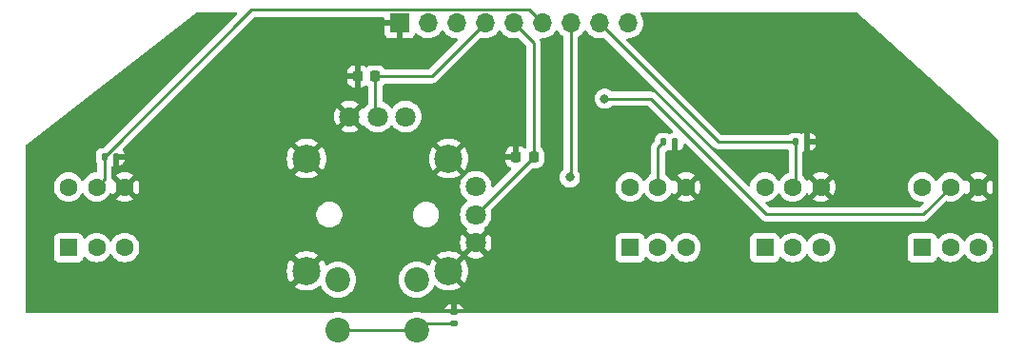
<source format=gbl>
%TF.GenerationSoftware,KiCad,Pcbnew,7.0.9-7.0.9~ubuntu23.10.1*%
%TF.CreationDate,2023-12-22T14:56:40-05:00*%
%TF.ProjectId,buttons,62757474-6f6e-4732-9e6b-696361645f70,rev?*%
%TF.SameCoordinates,Original*%
%TF.FileFunction,Copper,L2,Bot*%
%TF.FilePolarity,Positive*%
%FSLAX46Y46*%
G04 Gerber Fmt 4.6, Leading zero omitted, Abs format (unit mm)*
G04 Created by KiCad (PCBNEW 7.0.9-7.0.9~ubuntu23.10.1) date 2023-12-22 14:56:40*
%MOMM*%
%LPD*%
G01*
G04 APERTURE LIST*
G04 Aperture macros list*
%AMRoundRect*
0 Rectangle with rounded corners*
0 $1 Rounding radius*
0 $2 $3 $4 $5 $6 $7 $8 $9 X,Y pos of 4 corners*
0 Add a 4 corners polygon primitive as box body*
4,1,4,$2,$3,$4,$5,$6,$7,$8,$9,$2,$3,0*
0 Add four circle primitives for the rounded corners*
1,1,$1+$1,$2,$3*
1,1,$1+$1,$4,$5*
1,1,$1+$1,$6,$7*
1,1,$1+$1,$8,$9*
0 Add four rect primitives between the rounded corners*
20,1,$1+$1,$2,$3,$4,$5,0*
20,1,$1+$1,$4,$5,$6,$7,0*
20,1,$1+$1,$6,$7,$8,$9,0*
20,1,$1+$1,$8,$9,$2,$3,0*%
G04 Aperture macros list end*
%TA.AperFunction,ComponentPad*%
%ADD10C,1.600000*%
%TD*%
%TA.AperFunction,ComponentPad*%
%ADD11R,1.600000X1.600000*%
%TD*%
%TA.AperFunction,ComponentPad*%
%ADD12C,1.800000*%
%TD*%
%TA.AperFunction,ComponentPad*%
%ADD13C,2.500000*%
%TD*%
%TA.AperFunction,ComponentPad*%
%ADD14C,2.200000*%
%TD*%
%TA.AperFunction,ComponentPad*%
%ADD15R,1.700000X1.700000*%
%TD*%
%TA.AperFunction,ComponentPad*%
%ADD16O,1.700000X1.700000*%
%TD*%
%TA.AperFunction,SMDPad,CuDef*%
%ADD17RoundRect,0.225000X0.225000X0.250000X-0.225000X0.250000X-0.225000X-0.250000X0.225000X-0.250000X0*%
%TD*%
%TA.AperFunction,SMDPad,CuDef*%
%ADD18RoundRect,0.135000X0.135000X0.185000X-0.135000X0.185000X-0.135000X-0.185000X0.135000X-0.185000X0*%
%TD*%
%TA.AperFunction,SMDPad,CuDef*%
%ADD19RoundRect,0.135000X0.185000X-0.135000X0.185000X0.135000X-0.185000X0.135000X-0.185000X-0.135000X0*%
%TD*%
%TA.AperFunction,ViaPad*%
%ADD20C,0.800000*%
%TD*%
%TA.AperFunction,Conductor*%
%ADD21C,0.250000*%
%TD*%
G04 APERTURE END LIST*
D10*
%TO.P,SW3,1*%
%TO.N,GND*%
X175250000Y-107750000D03*
%TO.P,SW3,2*%
%TO.N,/TABBTN*%
X172750000Y-107750000D03*
%TO.P,SW3,3*%
%TO.N,+3V3*%
X170250000Y-107750000D03*
%TO.P,SW3,4*%
%TO.N,unconnected-(SW3-Pad4)*%
X175250000Y-113150000D03*
%TO.P,SW3,5*%
%TO.N,unconnected-(SW3-Pad5)*%
X172750000Y-113150000D03*
D11*
%TO.P,SW3,6*%
%TO.N,unconnected-(SW3-Pad6)*%
X170250000Y-113150000D03*
%TD*%
D10*
%TO.P,SW2,1*%
%TO.N,GND*%
X163250000Y-107750000D03*
%TO.P,SW2,2*%
%TO.N,/SELBTN*%
X160750000Y-107750000D03*
%TO.P,SW2,3*%
%TO.N,+3V3*%
X158250000Y-107750000D03*
%TO.P,SW2,4*%
%TO.N,unconnected-(SW2-Pad4)*%
X163250000Y-113150000D03*
%TO.P,SW2,5*%
%TO.N,unconnected-(SW2-Pad5)*%
X160750000Y-113150000D03*
D11*
%TO.P,SW2,6*%
%TO.N,unconnected-(SW2-Pad6)*%
X158250000Y-113150000D03*
%TD*%
D10*
%TO.P,SW4,1*%
%TO.N,GND*%
X189250000Y-107750000D03*
%TO.P,SW4,2*%
%TO.N,/PWRBTN*%
X186750000Y-107750000D03*
%TO.P,SW4,3*%
%TO.N,+3V3*%
X184250000Y-107750000D03*
%TO.P,SW4,4*%
%TO.N,unconnected-(SW4-Pad4)*%
X189250000Y-113150000D03*
%TO.P,SW4,5*%
%TO.N,unconnected-(SW4-Pad5)*%
X186750000Y-113150000D03*
D11*
%TO.P,SW4,6*%
%TO.N,unconnected-(SW4-Pad6)*%
X184250000Y-113150000D03*
%TD*%
D12*
%TO.P,SW5,1,B*%
%TO.N,GND*%
X144530000Y-112720000D03*
%TO.P,SW5,2,DTA*%
%TO.N,/YADC*%
X144530000Y-110220000D03*
%TO.P,SW5,3,A*%
%TO.N,+3V3*%
X144530000Y-107720000D03*
%TO.P,SW5,4,A*%
X138300000Y-101490000D03*
%TO.P,SW5,5,DTA*%
%TO.N,/XADC*%
X135800000Y-101490000D03*
%TO.P,SW5,6,B*%
%TO.N,GND*%
X133300000Y-101490000D03*
D13*
%TO.P,SW5,7,GND*%
X129470000Y-105220000D03*
%TO.P,SW5,8,GND*%
X129470000Y-115220000D03*
%TO.P,SW5,9,GND*%
X142120000Y-115220000D03*
%TO.P,SW5,10,GND*%
X142120000Y-105220000D03*
D14*
%TO.P,SW5,a,a*%
%TO.N,+3V3*%
X132280000Y-116010000D03*
%TO.P,SW5,b,b*%
%TO.N,/ADCBTN*%
X132280000Y-120510000D03*
%TO.P,SW5,c,c*%
%TO.N,+3V3*%
X139280000Y-116010000D03*
%TO.P,SW5,d,d*%
%TO.N,/ADCBTN*%
X139280000Y-120510000D03*
%TD*%
D10*
%TO.P,SW1,1*%
%TO.N,GND*%
X113300000Y-107750000D03*
%TO.P,SW1,2*%
%TO.N,/MENBTN*%
X110800000Y-107750000D03*
%TO.P,SW1,3*%
%TO.N,+3V3*%
X108300000Y-107750000D03*
%TO.P,SW1,4*%
%TO.N,unconnected-(SW1-Pad4)*%
X113300000Y-113150000D03*
%TO.P,SW1,5*%
%TO.N,unconnected-(SW1-Pad5)*%
X110800000Y-113150000D03*
D11*
%TO.P,SW1,6*%
%TO.N,unconnected-(SW1-Pad6)*%
X108300000Y-113150000D03*
%TD*%
D15*
%TO.P,J1,1,Pin_1*%
%TO.N,GND*%
X137750000Y-93175000D03*
D16*
%TO.P,J1,2,Pin_2*%
%TO.N,/PWRBTN*%
X140290000Y-93175000D03*
%TO.P,J1,3,Pin_3*%
%TO.N,/SELBTN*%
X142830000Y-93175000D03*
%TO.P,J1,4,Pin_4*%
%TO.N,/XADC*%
X145370000Y-93175000D03*
%TO.P,J1,5,Pin_5*%
%TO.N,/YADC*%
X147910000Y-93175000D03*
%TO.P,J1,6,Pin_6*%
%TO.N,/MENBTN*%
X150450000Y-93175000D03*
%TO.P,J1,7,Pin_7*%
%TO.N,/ADCBTN*%
X152990000Y-93175000D03*
%TO.P,J1,8,Pin_8*%
%TO.N,/TABBTN*%
X155530000Y-93175000D03*
%TO.P,J1,9,Pin_9*%
%TO.N,+3V3*%
X158070000Y-93175000D03*
%TD*%
D17*
%TO.P,C1,1*%
%TO.N,/YADC*%
X149675000Y-105100000D03*
%TO.P,C1,2*%
%TO.N,GND*%
X148125000Y-105100000D03*
%TD*%
D18*
%TO.P,R2,1*%
%TO.N,GND*%
X112510000Y-105100000D03*
%TO.P,R2,2*%
%TO.N,/MENBTN*%
X111490000Y-105100000D03*
%TD*%
D19*
%TO.P,R1,1*%
%TO.N,/ADCBTN*%
X142600000Y-119910000D03*
%TO.P,R1,2*%
%TO.N,GND*%
X142600000Y-118890000D03*
%TD*%
D18*
%TO.P,R3,1*%
%TO.N,GND*%
X162260000Y-103750000D03*
%TO.P,R3,2*%
%TO.N,/SELBTN*%
X161240000Y-103750000D03*
%TD*%
%TO.P,R4,1*%
%TO.N,GND*%
X174010000Y-103750000D03*
%TO.P,R4,2*%
%TO.N,/TABBTN*%
X172990000Y-103750000D03*
%TD*%
D17*
%TO.P,C2,1*%
%TO.N,/XADC*%
X135575000Y-97900000D03*
%TO.P,C2,2*%
%TO.N,GND*%
X134025000Y-97900000D03*
%TD*%
D20*
%TO.N,/ADCBTN*%
X152900000Y-106900000D03*
%TO.N,/PWRBTN*%
X156000000Y-99900000D03*
%TD*%
D21*
%TO.N,/YADC*%
X149675000Y-105075000D02*
X149675000Y-94940000D01*
X144530000Y-110220000D02*
X149675000Y-105075000D01*
X149675000Y-94940000D02*
X147910000Y-93175000D01*
%TO.N,/XADC*%
X135575000Y-101265000D02*
X135800000Y-101490000D01*
X140645000Y-97900000D02*
X145370000Y-93175000D01*
X135575000Y-97900000D02*
X140645000Y-97900000D01*
X135575000Y-97900000D02*
X135575000Y-101265000D01*
%TO.N,/TABBTN*%
X172990000Y-103750000D02*
X166105000Y-103750000D01*
X172990000Y-103750000D02*
X172990000Y-107510000D01*
X166105000Y-103750000D02*
X155530000Y-93175000D01*
X172990000Y-107510000D02*
X172750000Y-107750000D01*
%TO.N,/ADCBTN*%
X152990000Y-106810000D02*
X152990000Y-93175000D01*
X152900000Y-106900000D02*
X152990000Y-106810000D01*
X139880000Y-119910000D02*
X139280000Y-120510000D01*
X142600000Y-119910000D02*
X139880000Y-119910000D01*
X139280000Y-120510000D02*
X132280000Y-120510000D01*
%TO.N,/MENBTN*%
X111490000Y-105100000D02*
X124590000Y-92000000D01*
X124590000Y-92000000D02*
X149275000Y-92000000D01*
X149275000Y-92000000D02*
X150450000Y-93175000D01*
X111490000Y-107060000D02*
X110800000Y-107750000D01*
X111490000Y-105100000D02*
X111490000Y-107060000D01*
%TO.N,/SELBTN*%
X160750000Y-107750000D02*
X160750000Y-104240000D01*
X160750000Y-104240000D02*
X161240000Y-103750000D01*
%TO.N,/PWRBTN*%
X156000000Y-99900000D02*
X160100000Y-99900000D01*
X170400000Y-110200000D02*
X184300000Y-110200000D01*
X160100000Y-99900000D02*
X170400000Y-110200000D01*
X184300000Y-110200000D02*
X186750000Y-107750000D01*
%TD*%
%TA.AperFunction,Conductor*%
%TO.N,GND*%
G36*
X123273086Y-92219685D02*
G01*
X123318841Y-92272489D01*
X123328785Y-92341647D01*
X123299760Y-92405203D01*
X123293728Y-92411681D01*
X111462226Y-104243181D01*
X111400903Y-104276666D01*
X111374546Y-104279500D01*
X111290819Y-104279501D01*
X111254794Y-104282335D01*
X111100611Y-104327129D01*
X111100606Y-104327131D01*
X110962404Y-104408863D01*
X110962396Y-104408869D01*
X110848869Y-104522396D01*
X110848863Y-104522404D01*
X110767131Y-104660606D01*
X110767129Y-104660611D01*
X110722335Y-104814791D01*
X110722334Y-104814797D01*
X110719500Y-104850817D01*
X110719501Y-105349181D01*
X110722335Y-105385205D01*
X110767129Y-105539388D01*
X110767131Y-105539393D01*
X110847232Y-105674837D01*
X110864500Y-105737958D01*
X110864500Y-106325263D01*
X110844815Y-106392302D01*
X110792011Y-106438057D01*
X110751308Y-106448791D01*
X110573312Y-106464364D01*
X110573302Y-106464366D01*
X110353511Y-106523258D01*
X110353502Y-106523261D01*
X110147267Y-106619431D01*
X110147265Y-106619432D01*
X109960858Y-106749954D01*
X109799954Y-106910858D01*
X109669433Y-107097264D01*
X109669432Y-107097266D01*
X109662380Y-107112387D01*
X109616209Y-107164825D01*
X109549015Y-107183976D01*
X109482134Y-107163760D01*
X109437619Y-107112387D01*
X109430568Y-107097266D01*
X109300047Y-106910861D01*
X109300045Y-106910858D01*
X109139141Y-106749954D01*
X108952734Y-106619432D01*
X108952732Y-106619431D01*
X108746497Y-106523261D01*
X108746488Y-106523258D01*
X108526697Y-106464366D01*
X108526693Y-106464365D01*
X108526692Y-106464365D01*
X108526691Y-106464364D01*
X108526686Y-106464364D01*
X108300002Y-106444532D01*
X108299998Y-106444532D01*
X108073313Y-106464364D01*
X108073302Y-106464366D01*
X107853511Y-106523258D01*
X107853502Y-106523261D01*
X107647267Y-106619431D01*
X107647265Y-106619432D01*
X107460858Y-106749954D01*
X107299954Y-106910858D01*
X107169432Y-107097265D01*
X107169431Y-107097267D01*
X107073261Y-107303502D01*
X107073258Y-107303511D01*
X107014366Y-107523302D01*
X107014364Y-107523313D01*
X106994532Y-107749998D01*
X106994532Y-107750001D01*
X107014364Y-107976686D01*
X107014366Y-107976697D01*
X107073258Y-108196488D01*
X107073261Y-108196497D01*
X107169431Y-108402732D01*
X107169432Y-108402734D01*
X107299954Y-108589141D01*
X107460858Y-108750045D01*
X107460861Y-108750047D01*
X107647266Y-108880568D01*
X107853504Y-108976739D01*
X108073308Y-109035635D01*
X108230780Y-109049412D01*
X108299998Y-109055468D01*
X108300000Y-109055468D01*
X108300002Y-109055468D01*
X108369220Y-109049412D01*
X108526692Y-109035635D01*
X108746496Y-108976739D01*
X108952734Y-108880568D01*
X109139139Y-108750047D01*
X109300047Y-108589139D01*
X109430568Y-108402734D01*
X109437618Y-108387614D01*
X109483789Y-108335176D01*
X109550982Y-108316023D01*
X109617864Y-108336238D01*
X109662381Y-108387614D01*
X109669432Y-108402733D01*
X109669432Y-108402734D01*
X109799954Y-108589141D01*
X109960858Y-108750045D01*
X109960861Y-108750047D01*
X110147266Y-108880568D01*
X110353504Y-108976739D01*
X110573308Y-109035635D01*
X110730780Y-109049412D01*
X110799998Y-109055468D01*
X110800000Y-109055468D01*
X110800002Y-109055468D01*
X110869220Y-109049412D01*
X111026692Y-109035635D01*
X111246496Y-108976739D01*
X111452734Y-108880568D01*
X111639139Y-108750047D01*
X111800047Y-108589139D01*
X111930568Y-108402734D01*
X111937893Y-108387023D01*
X111984062Y-108334586D01*
X112051254Y-108315432D01*
X112118136Y-108335645D01*
X112162657Y-108387023D01*
X112169865Y-108402481D01*
X112169866Y-108402483D01*
X112220973Y-108475471D01*
X112220974Y-108475472D01*
X112816923Y-107879522D01*
X112840508Y-107959843D01*
X112918240Y-108080797D01*
X113026900Y-108174952D01*
X113157685Y-108234679D01*
X113167467Y-108236085D01*
X112574526Y-108829025D01*
X112574526Y-108829026D01*
X112647512Y-108880131D01*
X112647516Y-108880133D01*
X112853673Y-108976265D01*
X112853682Y-108976269D01*
X113073389Y-109035139D01*
X113073400Y-109035141D01*
X113299998Y-109054966D01*
X113300002Y-109054966D01*
X113526599Y-109035141D01*
X113526610Y-109035139D01*
X113746317Y-108976269D01*
X113746331Y-108976264D01*
X113952478Y-108880136D01*
X114025472Y-108829025D01*
X113432533Y-108236085D01*
X113442315Y-108234679D01*
X113573100Y-108174952D01*
X113681760Y-108080797D01*
X113759492Y-107959843D01*
X113783076Y-107879523D01*
X114379025Y-108475472D01*
X114430136Y-108402478D01*
X114526264Y-108196331D01*
X114526269Y-108196317D01*
X114585139Y-107976610D01*
X114585141Y-107976599D01*
X114604966Y-107750002D01*
X114604966Y-107749997D01*
X114585141Y-107523400D01*
X114585139Y-107523389D01*
X114526269Y-107303682D01*
X114526265Y-107303673D01*
X114430133Y-107097516D01*
X114430131Y-107097512D01*
X114379026Y-107024526D01*
X114379025Y-107024526D01*
X113783075Y-107620476D01*
X113759492Y-107540157D01*
X113681760Y-107419203D01*
X113573100Y-107325048D01*
X113442315Y-107265321D01*
X113432532Y-107263914D01*
X114025472Y-106670974D01*
X114025471Y-106670973D01*
X113952483Y-106619866D01*
X113952481Y-106619865D01*
X113746326Y-106523734D01*
X113746317Y-106523730D01*
X113526610Y-106464860D01*
X113526599Y-106464858D01*
X113300002Y-106445034D01*
X113299998Y-106445034D01*
X113073400Y-106464858D01*
X113073389Y-106464860D01*
X112853682Y-106523730D01*
X112853673Y-106523734D01*
X112647513Y-106619868D01*
X112574527Y-106670972D01*
X112574526Y-106670973D01*
X113167468Y-107263914D01*
X113157685Y-107265321D01*
X113026900Y-107325048D01*
X112918240Y-107419203D01*
X112840508Y-107540157D01*
X112816923Y-107620476D01*
X112210383Y-107013936D01*
X112181807Y-107008193D01*
X112131624Y-106959578D01*
X112115500Y-106898432D01*
X112115500Y-106036015D01*
X112135185Y-105968976D01*
X112187989Y-105923221D01*
X112257147Y-105913277D01*
X112258915Y-105913659D01*
X112260000Y-105912844D01*
X112260000Y-105357973D01*
X112260191Y-105353106D01*
X112260436Y-105350000D01*
X112760000Y-105350000D01*
X112760000Y-105912843D01*
X112899194Y-105872404D01*
X113037285Y-105790738D01*
X113037294Y-105790731D01*
X113150731Y-105677294D01*
X113150738Y-105677285D01*
X113232406Y-105539191D01*
X113232407Y-105539188D01*
X113277166Y-105385128D01*
X113277167Y-105385122D01*
X113279931Y-105350000D01*
X112760000Y-105350000D01*
X112260436Y-105350000D01*
X112260500Y-105349181D01*
X112260499Y-105265450D01*
X112273843Y-105220004D01*
X127715093Y-105220004D01*
X127734692Y-105481545D01*
X127734693Y-105481550D01*
X127793058Y-105737270D01*
X127888883Y-105981426D01*
X127888882Y-105981426D01*
X128020030Y-106208577D01*
X128067873Y-106268571D01*
X128067874Y-106268571D01*
X128679410Y-105657034D01*
X128686286Y-105672477D01*
X128797487Y-105825533D01*
X128938081Y-105952124D01*
X129035299Y-106008253D01*
X128420831Y-106622720D01*
X128592546Y-106739793D01*
X128592550Y-106739795D01*
X128828854Y-106853594D01*
X128828858Y-106853595D01*
X129079494Y-106930907D01*
X129079500Y-106930909D01*
X129338848Y-106969999D01*
X129338857Y-106970000D01*
X129601143Y-106970000D01*
X129601151Y-106969999D01*
X129860499Y-106930909D01*
X129860505Y-106930907D01*
X130111143Y-106853595D01*
X130347445Y-106739798D01*
X130347456Y-106739791D01*
X130519167Y-106622720D01*
X129904700Y-106008253D01*
X130001919Y-105952124D01*
X130142513Y-105825533D01*
X130253714Y-105672478D01*
X130260588Y-105657036D01*
X130872124Y-106268571D01*
X130919974Y-106208570D01*
X131051116Y-105981426D01*
X131146941Y-105737270D01*
X131205306Y-105481550D01*
X131205307Y-105481545D01*
X131224907Y-105220004D01*
X140365093Y-105220004D01*
X140384692Y-105481545D01*
X140384693Y-105481550D01*
X140443058Y-105737270D01*
X140538883Y-105981426D01*
X140538882Y-105981426D01*
X140670030Y-106208577D01*
X140717873Y-106268571D01*
X140717874Y-106268571D01*
X141329410Y-105657034D01*
X141336286Y-105672477D01*
X141447487Y-105825533D01*
X141588081Y-105952124D01*
X141685299Y-106008253D01*
X141070831Y-106622720D01*
X141242546Y-106739793D01*
X141242550Y-106739795D01*
X141478854Y-106853594D01*
X141478858Y-106853595D01*
X141729494Y-106930907D01*
X141729500Y-106930909D01*
X141988848Y-106969999D01*
X141988857Y-106970000D01*
X142251143Y-106970000D01*
X142251151Y-106969999D01*
X142510499Y-106930909D01*
X142510505Y-106930907D01*
X142761143Y-106853595D01*
X142997445Y-106739798D01*
X142997456Y-106739791D01*
X143169167Y-106622720D01*
X142554700Y-106008253D01*
X142651919Y-105952124D01*
X142792513Y-105825533D01*
X142903714Y-105672478D01*
X142910588Y-105657036D01*
X143522124Y-106268571D01*
X143569974Y-106208570D01*
X143701116Y-105981426D01*
X143796941Y-105737270D01*
X143855306Y-105481550D01*
X143855307Y-105481545D01*
X143874907Y-105220004D01*
X143874907Y-105219995D01*
X143855307Y-104958454D01*
X143855306Y-104958449D01*
X143830554Y-104850000D01*
X147175000Y-104850000D01*
X147875000Y-104850000D01*
X147875000Y-104124999D01*
X147851693Y-104125000D01*
X147851674Y-104125001D01*
X147752392Y-104135144D01*
X147591518Y-104188452D01*
X147591507Y-104188457D01*
X147447271Y-104277424D01*
X147447267Y-104277427D01*
X147327427Y-104397267D01*
X147327424Y-104397271D01*
X147238457Y-104541507D01*
X147238452Y-104541518D01*
X147185144Y-104702393D01*
X147175000Y-104801677D01*
X147175000Y-104850000D01*
X143830554Y-104850000D01*
X143796941Y-104702729D01*
X143701116Y-104458573D01*
X143701117Y-104458573D01*
X143569971Y-104231426D01*
X143522125Y-104171427D01*
X142910588Y-104782963D01*
X142903714Y-104767523D01*
X142792513Y-104614467D01*
X142651919Y-104487876D01*
X142554699Y-104431746D01*
X143169167Y-103817278D01*
X142997447Y-103700202D01*
X142997445Y-103700201D01*
X142761142Y-103586404D01*
X142761144Y-103586404D01*
X142510505Y-103509092D01*
X142510499Y-103509090D01*
X142251151Y-103470000D01*
X141988848Y-103470000D01*
X141729500Y-103509090D01*
X141729494Y-103509092D01*
X141478858Y-103586404D01*
X141478854Y-103586405D01*
X141242550Y-103700204D01*
X141242546Y-103700206D01*
X141070832Y-103817278D01*
X141685300Y-104431746D01*
X141588081Y-104487876D01*
X141447487Y-104614467D01*
X141336286Y-104767522D01*
X141329410Y-104782964D01*
X140717873Y-104171427D01*
X140670029Y-104231423D01*
X140538883Y-104458573D01*
X140443058Y-104702729D01*
X140384693Y-104958449D01*
X140384692Y-104958454D01*
X140365093Y-105219995D01*
X140365093Y-105220004D01*
X131224907Y-105220004D01*
X131224907Y-105219995D01*
X131205307Y-104958454D01*
X131205306Y-104958449D01*
X131146941Y-104702729D01*
X131051116Y-104458573D01*
X131051117Y-104458573D01*
X130919971Y-104231426D01*
X130872125Y-104171427D01*
X130260588Y-104782963D01*
X130253714Y-104767523D01*
X130142513Y-104614467D01*
X130001919Y-104487876D01*
X129904699Y-104431746D01*
X130519167Y-103817278D01*
X130347447Y-103700202D01*
X130347445Y-103700201D01*
X130111142Y-103586404D01*
X130111144Y-103586404D01*
X129860505Y-103509092D01*
X129860499Y-103509090D01*
X129601151Y-103470000D01*
X129338848Y-103470000D01*
X129079500Y-103509090D01*
X129079494Y-103509092D01*
X128828858Y-103586404D01*
X128828854Y-103586405D01*
X128592550Y-103700204D01*
X128592546Y-103700206D01*
X128420832Y-103817278D01*
X129035300Y-104431746D01*
X128938081Y-104487876D01*
X128797487Y-104614467D01*
X128686286Y-104767522D01*
X128679410Y-104782964D01*
X128067873Y-104171427D01*
X128020029Y-104231423D01*
X127888883Y-104458573D01*
X127793058Y-104702729D01*
X127734693Y-104958449D01*
X127734692Y-104958454D01*
X127715093Y-105219995D01*
X127715093Y-105220004D01*
X112273843Y-105220004D01*
X112280183Y-105198413D01*
X112296813Y-105177775D01*
X112588270Y-104886318D01*
X112649593Y-104852834D01*
X112675951Y-104850000D01*
X113279931Y-104850000D01*
X113277167Y-104814877D01*
X113277166Y-104814871D01*
X113232407Y-104660811D01*
X113232406Y-104660808D01*
X113150738Y-104522714D01*
X113150731Y-104522705D01*
X113138988Y-104510962D01*
X113105503Y-104449639D01*
X113110487Y-104379947D01*
X113138986Y-104335602D01*
X119324589Y-98150000D01*
X133075001Y-98150000D01*
X133075001Y-98198322D01*
X133085144Y-98297607D01*
X133138452Y-98458481D01*
X133138457Y-98458492D01*
X133227424Y-98602728D01*
X133227427Y-98602732D01*
X133347267Y-98722572D01*
X133347271Y-98722575D01*
X133491507Y-98811542D01*
X133491518Y-98811547D01*
X133652393Y-98864855D01*
X133751683Y-98874999D01*
X133775000Y-98874998D01*
X133775000Y-98150000D01*
X133075001Y-98150000D01*
X119324589Y-98150000D01*
X119824589Y-97650000D01*
X133075000Y-97650000D01*
X133775000Y-97650000D01*
X133775000Y-96924999D01*
X133751693Y-96925000D01*
X133751674Y-96925001D01*
X133652392Y-96935144D01*
X133491518Y-96988452D01*
X133491507Y-96988457D01*
X133347271Y-97077424D01*
X133347267Y-97077427D01*
X133227427Y-97197267D01*
X133227424Y-97197271D01*
X133138457Y-97341507D01*
X133138452Y-97341518D01*
X133085144Y-97502393D01*
X133075000Y-97601677D01*
X133075000Y-97650000D01*
X119824589Y-97650000D01*
X124812771Y-92661819D01*
X124874094Y-92628334D01*
X124900452Y-92625500D01*
X136276000Y-92625500D01*
X136343039Y-92645185D01*
X136388794Y-92697989D01*
X136400000Y-92749500D01*
X136400000Y-92925000D01*
X137316314Y-92925000D01*
X137290507Y-92965156D01*
X137250000Y-93103111D01*
X137250000Y-93246889D01*
X137290507Y-93384844D01*
X137316314Y-93425000D01*
X136400000Y-93425000D01*
X136400000Y-94072844D01*
X136406401Y-94132372D01*
X136406403Y-94132379D01*
X136456645Y-94267086D01*
X136456649Y-94267093D01*
X136542809Y-94382187D01*
X136542812Y-94382190D01*
X136657906Y-94468350D01*
X136657913Y-94468354D01*
X136792620Y-94518596D01*
X136792627Y-94518598D01*
X136852155Y-94524999D01*
X136852172Y-94525000D01*
X137500000Y-94525000D01*
X137500000Y-93610501D01*
X137607685Y-93659680D01*
X137714237Y-93675000D01*
X137785763Y-93675000D01*
X137892315Y-93659680D01*
X138000000Y-93610501D01*
X138000000Y-94525000D01*
X138647828Y-94525000D01*
X138647844Y-94524999D01*
X138707372Y-94518598D01*
X138707379Y-94518596D01*
X138842086Y-94468354D01*
X138842093Y-94468350D01*
X138957187Y-94382190D01*
X138957190Y-94382187D01*
X139043350Y-94267093D01*
X139043354Y-94267086D01*
X139092422Y-94135529D01*
X139134293Y-94079595D01*
X139199757Y-94055178D01*
X139268030Y-94070030D01*
X139296285Y-94091181D01*
X139418599Y-94213495D01*
X139495135Y-94267086D01*
X139612165Y-94349032D01*
X139612167Y-94349033D01*
X139612170Y-94349035D01*
X139826337Y-94448903D01*
X139826343Y-94448904D01*
X139826344Y-94448905D01*
X139881285Y-94463626D01*
X140054592Y-94510063D01*
X140225319Y-94525000D01*
X140289999Y-94530659D01*
X140290000Y-94530659D01*
X140290001Y-94530659D01*
X140354681Y-94525000D01*
X140525408Y-94510063D01*
X140753663Y-94448903D01*
X140967830Y-94349035D01*
X141161401Y-94213495D01*
X141328495Y-94046401D01*
X141458425Y-93860842D01*
X141513002Y-93817217D01*
X141582500Y-93810023D01*
X141644855Y-93841546D01*
X141661575Y-93860842D01*
X141791500Y-94046395D01*
X141791505Y-94046401D01*
X141958599Y-94213495D01*
X142035135Y-94267086D01*
X142152165Y-94349032D01*
X142152167Y-94349033D01*
X142152170Y-94349035D01*
X142366337Y-94448903D01*
X142366343Y-94448904D01*
X142366344Y-94448905D01*
X142421285Y-94463626D01*
X142594592Y-94510063D01*
X142765319Y-94525000D01*
X142829999Y-94530659D01*
X142830387Y-94530659D01*
X142830551Y-94530707D01*
X142835394Y-94531131D01*
X142835308Y-94532104D01*
X142897426Y-94550344D01*
X142943181Y-94603148D01*
X142953125Y-94672306D01*
X142924100Y-94735862D01*
X142918068Y-94742340D01*
X140422228Y-97238181D01*
X140360905Y-97271666D01*
X140334547Y-97274500D01*
X136490004Y-97274500D01*
X136422965Y-97254815D01*
X136384465Y-97215596D01*
X136372968Y-97196956D01*
X136253044Y-97077032D01*
X136253040Y-97077029D01*
X136108705Y-96988001D01*
X136108699Y-96987998D01*
X136108697Y-96987997D01*
X136108694Y-96987996D01*
X135947709Y-96934651D01*
X135848346Y-96924500D01*
X135301662Y-96924500D01*
X135301644Y-96924501D01*
X135202292Y-96934650D01*
X135202289Y-96934651D01*
X135041305Y-96987996D01*
X135041294Y-96988001D01*
X134896959Y-97077029D01*
X134896953Y-97077033D01*
X134887324Y-97086663D01*
X134826000Y-97120146D01*
X134756308Y-97115159D01*
X134711965Y-97086660D01*
X134702732Y-97077427D01*
X134702728Y-97077424D01*
X134558492Y-96988457D01*
X134558481Y-96988452D01*
X134397606Y-96935144D01*
X134298322Y-96925000D01*
X134275000Y-96925000D01*
X134275000Y-98874999D01*
X134298308Y-98874999D01*
X134298322Y-98874998D01*
X134397607Y-98864855D01*
X134558481Y-98811547D01*
X134558492Y-98811542D01*
X134702731Y-98722573D01*
X134711959Y-98713345D01*
X134773279Y-98679856D01*
X134842971Y-98684835D01*
X134887327Y-98713339D01*
X134896956Y-98722968D01*
X134896963Y-98722972D01*
X134902404Y-98727274D01*
X134942785Y-98784293D01*
X134949500Y-98824546D01*
X134949500Y-100316634D01*
X134929815Y-100383673D01*
X134901663Y-100414487D01*
X134848218Y-100456085D01*
X134848216Y-100456086D01*
X134848216Y-100456087D01*
X134691021Y-100626847D01*
X134691019Y-100626849D01*
X134691017Y-100626852D01*
X134653509Y-100684262D01*
X134600362Y-100729618D01*
X134531131Y-100739041D01*
X134467795Y-100709538D01*
X134453084Y-100692561D01*
X134451186Y-100692364D01*
X133862771Y-101280779D01*
X133824098Y-101187412D01*
X133727924Y-101062076D01*
X133602588Y-100965902D01*
X133509219Y-100927227D01*
X134098799Y-100337648D01*
X134098799Y-100337647D01*
X134068349Y-100313949D01*
X133864302Y-100203523D01*
X133864293Y-100203520D01*
X133644860Y-100128188D01*
X133416007Y-100090000D01*
X133183993Y-100090000D01*
X132955139Y-100128188D01*
X132735706Y-100203520D01*
X132735698Y-100203523D01*
X132531644Y-100313952D01*
X132501200Y-100337646D01*
X132501200Y-100337647D01*
X133090780Y-100927227D01*
X132997412Y-100965902D01*
X132872076Y-101062076D01*
X132775902Y-101187412D01*
X132737227Y-101280780D01*
X132148812Y-100692365D01*
X132064516Y-100821391D01*
X132064514Y-100821395D01*
X131971317Y-101033864D01*
X131914361Y-101258781D01*
X131895202Y-101489994D01*
X131895202Y-101490005D01*
X131914361Y-101721218D01*
X131971317Y-101946135D01*
X132064516Y-102158609D01*
X132148811Y-102287633D01*
X132737227Y-101699218D01*
X132775902Y-101792588D01*
X132872076Y-101917924D01*
X132997412Y-102014098D01*
X133090780Y-102052772D01*
X132501199Y-102642351D01*
X132531650Y-102666050D01*
X132735697Y-102776476D01*
X132735706Y-102776479D01*
X132955139Y-102851811D01*
X133183993Y-102890000D01*
X133416007Y-102890000D01*
X133644860Y-102851811D01*
X133864293Y-102776479D01*
X133864302Y-102776476D01*
X134068350Y-102666050D01*
X134098798Y-102642351D01*
X133509219Y-102052772D01*
X133602588Y-102014098D01*
X133727924Y-101917924D01*
X133824098Y-101792588D01*
X133862772Y-101699219D01*
X134451186Y-102287634D01*
X134455969Y-102287138D01*
X134499037Y-102250381D01*
X134568269Y-102240957D01*
X134631605Y-102270458D01*
X134653510Y-102295738D01*
X134691016Y-102353147D01*
X134691019Y-102353151D01*
X134691021Y-102353153D01*
X134848216Y-102523913D01*
X134848219Y-102523915D01*
X134848222Y-102523918D01*
X135031365Y-102666464D01*
X135031371Y-102666468D01*
X135031374Y-102666470D01*
X135156689Y-102734287D01*
X135234652Y-102776479D01*
X135235497Y-102776936D01*
X135289893Y-102795610D01*
X135455015Y-102852297D01*
X135455017Y-102852297D01*
X135455019Y-102852298D01*
X135683951Y-102890500D01*
X135683952Y-102890500D01*
X135916048Y-102890500D01*
X135916049Y-102890500D01*
X136144981Y-102852298D01*
X136364503Y-102776936D01*
X136568626Y-102666470D01*
X136751784Y-102523913D01*
X136908979Y-102353153D01*
X136946191Y-102296196D01*
X136999337Y-102250839D01*
X137068569Y-102241415D01*
X137131904Y-102270917D01*
X137153809Y-102296196D01*
X137191016Y-102353147D01*
X137191019Y-102353151D01*
X137191021Y-102353153D01*
X137348216Y-102523913D01*
X137348219Y-102523915D01*
X137348222Y-102523918D01*
X137531365Y-102666464D01*
X137531371Y-102666468D01*
X137531374Y-102666470D01*
X137656689Y-102734287D01*
X137734652Y-102776479D01*
X137735497Y-102776936D01*
X137789893Y-102795610D01*
X137955015Y-102852297D01*
X137955017Y-102852297D01*
X137955019Y-102852298D01*
X138183951Y-102890500D01*
X138183952Y-102890500D01*
X138416048Y-102890500D01*
X138416049Y-102890500D01*
X138644981Y-102852298D01*
X138864503Y-102776936D01*
X139068626Y-102666470D01*
X139251784Y-102523913D01*
X139408979Y-102353153D01*
X139535924Y-102158849D01*
X139629157Y-101946300D01*
X139686134Y-101721305D01*
X139686135Y-101721297D01*
X139705300Y-101490006D01*
X139705300Y-101489993D01*
X139686135Y-101258702D01*
X139686133Y-101258691D01*
X139629157Y-101033699D01*
X139535924Y-100821151D01*
X139408983Y-100626852D01*
X139408980Y-100626849D01*
X139408979Y-100626847D01*
X139251784Y-100456087D01*
X139251779Y-100456083D01*
X139251777Y-100456081D01*
X139068634Y-100313535D01*
X139068628Y-100313531D01*
X138864504Y-100203064D01*
X138864495Y-100203061D01*
X138644984Y-100127702D01*
X138473282Y-100099050D01*
X138416049Y-100089500D01*
X138183951Y-100089500D01*
X138138164Y-100097140D01*
X137955015Y-100127702D01*
X137735504Y-100203061D01*
X137735495Y-100203064D01*
X137531371Y-100313531D01*
X137531365Y-100313535D01*
X137348222Y-100456081D01*
X137348219Y-100456084D01*
X137348216Y-100456086D01*
X137348216Y-100456087D01*
X137240697Y-100572885D01*
X137191015Y-100626854D01*
X137153808Y-100683804D01*
X137100662Y-100729161D01*
X137031430Y-100738584D01*
X136968095Y-100709082D01*
X136946192Y-100683804D01*
X136908984Y-100626854D01*
X136908982Y-100626852D01*
X136908979Y-100626847D01*
X136751784Y-100456087D01*
X136751779Y-100456083D01*
X136751777Y-100456081D01*
X136568634Y-100313535D01*
X136568628Y-100313531D01*
X136364504Y-100203064D01*
X136364495Y-100203061D01*
X136284237Y-100175508D01*
X136227222Y-100135122D01*
X136201091Y-100070323D01*
X136200500Y-100058227D01*
X136200500Y-98824546D01*
X136220185Y-98757507D01*
X136247596Y-98727274D01*
X136253032Y-98722975D01*
X136253044Y-98722968D01*
X136372968Y-98603044D01*
X136384465Y-98584403D01*
X136436412Y-98537679D01*
X136490004Y-98525500D01*
X140562257Y-98525500D01*
X140577877Y-98527224D01*
X140577904Y-98526939D01*
X140585660Y-98527671D01*
X140585667Y-98527673D01*
X140654814Y-98525500D01*
X140684350Y-98525500D01*
X140691228Y-98524630D01*
X140697041Y-98524172D01*
X140743627Y-98522709D01*
X140762869Y-98517117D01*
X140781912Y-98513174D01*
X140801792Y-98510664D01*
X140845122Y-98493507D01*
X140850646Y-98491617D01*
X140854396Y-98490527D01*
X140895390Y-98478618D01*
X140912629Y-98468422D01*
X140930103Y-98459862D01*
X140948727Y-98452488D01*
X140948727Y-98452487D01*
X140948732Y-98452486D01*
X140986449Y-98425082D01*
X140991305Y-98421892D01*
X141031420Y-98398170D01*
X141045589Y-98383999D01*
X141060379Y-98371368D01*
X141076587Y-98359594D01*
X141106299Y-98323676D01*
X141110212Y-98319376D01*
X144914354Y-94515235D01*
X144975675Y-94481752D01*
X145034123Y-94483142D01*
X145134592Y-94510063D01*
X145305319Y-94525000D01*
X145369999Y-94530659D01*
X145370000Y-94530659D01*
X145370001Y-94530659D01*
X145434681Y-94525000D01*
X145605408Y-94510063D01*
X145833663Y-94448903D01*
X146047830Y-94349035D01*
X146241401Y-94213495D01*
X146408495Y-94046401D01*
X146538425Y-93860842D01*
X146593002Y-93817217D01*
X146662500Y-93810023D01*
X146724855Y-93841546D01*
X146741575Y-93860842D01*
X146871500Y-94046395D01*
X146871505Y-94046401D01*
X147038599Y-94213495D01*
X147115135Y-94267086D01*
X147232165Y-94349032D01*
X147232167Y-94349033D01*
X147232170Y-94349035D01*
X147446337Y-94448903D01*
X147446343Y-94448904D01*
X147446344Y-94448905D01*
X147501285Y-94463626D01*
X147674592Y-94510063D01*
X147845319Y-94525000D01*
X147909999Y-94530659D01*
X147910000Y-94530659D01*
X147910001Y-94530659D01*
X147974681Y-94525000D01*
X148145408Y-94510063D01*
X148245873Y-94483143D01*
X148315722Y-94484806D01*
X148365647Y-94515237D01*
X149013181Y-95162771D01*
X149046666Y-95224094D01*
X149049500Y-95250452D01*
X149049500Y-104175452D01*
X149029815Y-104242491D01*
X149002415Y-104272715D01*
X148996954Y-104277032D01*
X148987324Y-104286663D01*
X148926000Y-104320146D01*
X148856308Y-104315159D01*
X148811965Y-104286660D01*
X148802732Y-104277427D01*
X148802728Y-104277424D01*
X148658492Y-104188457D01*
X148658481Y-104188452D01*
X148497606Y-104135144D01*
X148398322Y-104125000D01*
X148375000Y-104125000D01*
X148375000Y-105226000D01*
X148355315Y-105293039D01*
X148302511Y-105338794D01*
X148251000Y-105350000D01*
X147175001Y-105350000D01*
X147175001Y-105398322D01*
X147185144Y-105497607D01*
X147238452Y-105658481D01*
X147238457Y-105658492D01*
X147327424Y-105802728D01*
X147327427Y-105802732D01*
X147447267Y-105922572D01*
X147447271Y-105922575D01*
X147591507Y-106011542D01*
X147591513Y-106011545D01*
X147597731Y-106013605D01*
X147655177Y-106053375D01*
X147682003Y-106117890D01*
X147669691Y-106186666D01*
X147646413Y-106218994D01*
X146140543Y-107724864D01*
X146079220Y-107758349D01*
X146009528Y-107753365D01*
X145953595Y-107711493D01*
X145929286Y-107647425D01*
X145916134Y-107488695D01*
X145916133Y-107488691D01*
X145859157Y-107263699D01*
X145765924Y-107051151D01*
X145638983Y-106856852D01*
X145638980Y-106856849D01*
X145638979Y-106856847D01*
X145481784Y-106686087D01*
X145481779Y-106686083D01*
X145481777Y-106686081D01*
X145298634Y-106543535D01*
X145298628Y-106543531D01*
X145094504Y-106433064D01*
X145094495Y-106433061D01*
X144874984Y-106357702D01*
X144703282Y-106329050D01*
X144646049Y-106319500D01*
X144413951Y-106319500D01*
X144379415Y-106325263D01*
X144185015Y-106357702D01*
X143965504Y-106433061D01*
X143965495Y-106433064D01*
X143761371Y-106543531D01*
X143761365Y-106543535D01*
X143578222Y-106686081D01*
X143578219Y-106686084D01*
X143421016Y-106856852D01*
X143294075Y-107051151D01*
X143200842Y-107263699D01*
X143143866Y-107488691D01*
X143143864Y-107488702D01*
X143124700Y-107719993D01*
X143124700Y-107720006D01*
X143143864Y-107951297D01*
X143143866Y-107951308D01*
X143200842Y-108176300D01*
X143294075Y-108388848D01*
X143421016Y-108583147D01*
X143421019Y-108583151D01*
X143421021Y-108583153D01*
X143578216Y-108753913D01*
X143578219Y-108753915D01*
X143578222Y-108753918D01*
X143730122Y-108872147D01*
X143770935Y-108928857D01*
X143774610Y-108998630D01*
X143739978Y-109059313D01*
X143730122Y-109067853D01*
X143578222Y-109186081D01*
X143578219Y-109186084D01*
X143421016Y-109356852D01*
X143294075Y-109551151D01*
X143200842Y-109763699D01*
X143143866Y-109988691D01*
X143143864Y-109988702D01*
X143124700Y-110219993D01*
X143124700Y-110220006D01*
X143143864Y-110451297D01*
X143143866Y-110451308D01*
X143200842Y-110676300D01*
X143294075Y-110888848D01*
X143421016Y-111083147D01*
X143421019Y-111083151D01*
X143421021Y-111083153D01*
X143578216Y-111253913D01*
X143730529Y-111372462D01*
X143771341Y-111429172D01*
X143775016Y-111498945D01*
X143740385Y-111559628D01*
X143731204Y-111567582D01*
X143731200Y-111567647D01*
X144320780Y-112157227D01*
X144227412Y-112195902D01*
X144102076Y-112292076D01*
X144005902Y-112417412D01*
X143967227Y-112510780D01*
X143378812Y-111922365D01*
X143294516Y-112051391D01*
X143294514Y-112051395D01*
X143201317Y-112263864D01*
X143144361Y-112488781D01*
X143125202Y-112719994D01*
X143125202Y-112720005D01*
X143144361Y-112951218D01*
X143201317Y-113176135D01*
X143294516Y-113388609D01*
X143378811Y-113517633D01*
X143967227Y-112929218D01*
X144005902Y-113022588D01*
X144102076Y-113147924D01*
X144227412Y-113244098D01*
X144320780Y-113282772D01*
X143731199Y-113872351D01*
X143761650Y-113896050D01*
X143965697Y-114006476D01*
X143965706Y-114006479D01*
X144185139Y-114081811D01*
X144413993Y-114120000D01*
X144646007Y-114120000D01*
X144874860Y-114081811D01*
X145094293Y-114006479D01*
X145094302Y-114006476D01*
X145110204Y-113997870D01*
X156949500Y-113997870D01*
X156949501Y-113997876D01*
X156955908Y-114057483D01*
X157006202Y-114192328D01*
X157006206Y-114192335D01*
X157092452Y-114307544D01*
X157092455Y-114307547D01*
X157207664Y-114393793D01*
X157207671Y-114393797D01*
X157342517Y-114444091D01*
X157342516Y-114444091D01*
X157349444Y-114444835D01*
X157402127Y-114450500D01*
X159097872Y-114450499D01*
X159157483Y-114444091D01*
X159292331Y-114393796D01*
X159407546Y-114307546D01*
X159493796Y-114192331D01*
X159544091Y-114057483D01*
X159544092Y-114057472D01*
X159545365Y-114052088D01*
X159579933Y-113991369D01*
X159641841Y-113958978D01*
X159711433Y-113965199D01*
X159753725Y-113992912D01*
X159910858Y-114150045D01*
X159957693Y-114182839D01*
X160097266Y-114280568D01*
X160303504Y-114376739D01*
X160523308Y-114435635D01*
X160685230Y-114449801D01*
X160749998Y-114455468D01*
X160750000Y-114455468D01*
X160750002Y-114455468D01*
X160806807Y-114450498D01*
X160976692Y-114435635D01*
X161196496Y-114376739D01*
X161402734Y-114280568D01*
X161589139Y-114150047D01*
X161750047Y-113989139D01*
X161880568Y-113802734D01*
X161887618Y-113787614D01*
X161933789Y-113735176D01*
X162000982Y-113716023D01*
X162067864Y-113736238D01*
X162112381Y-113787614D01*
X162119432Y-113802733D01*
X162119432Y-113802734D01*
X162249954Y-113989141D01*
X162410858Y-114150045D01*
X162457693Y-114182839D01*
X162597266Y-114280568D01*
X162803504Y-114376739D01*
X163023308Y-114435635D01*
X163185230Y-114449801D01*
X163249998Y-114455468D01*
X163250000Y-114455468D01*
X163250002Y-114455468D01*
X163306807Y-114450498D01*
X163476692Y-114435635D01*
X163696496Y-114376739D01*
X163902734Y-114280568D01*
X164089139Y-114150047D01*
X164241316Y-113997870D01*
X168949500Y-113997870D01*
X168949501Y-113997876D01*
X168955908Y-114057483D01*
X169006202Y-114192328D01*
X169006206Y-114192335D01*
X169092452Y-114307544D01*
X169092455Y-114307547D01*
X169207664Y-114393793D01*
X169207671Y-114393797D01*
X169342517Y-114444091D01*
X169342516Y-114444091D01*
X169349444Y-114444835D01*
X169402127Y-114450500D01*
X171097872Y-114450499D01*
X171157483Y-114444091D01*
X171292331Y-114393796D01*
X171407546Y-114307546D01*
X171493796Y-114192331D01*
X171544091Y-114057483D01*
X171544092Y-114057472D01*
X171545365Y-114052088D01*
X171579933Y-113991369D01*
X171641841Y-113958978D01*
X171711433Y-113965199D01*
X171753725Y-113992912D01*
X171910858Y-114150045D01*
X171957693Y-114182839D01*
X172097266Y-114280568D01*
X172303504Y-114376739D01*
X172523308Y-114435635D01*
X172685230Y-114449801D01*
X172749998Y-114455468D01*
X172750000Y-114455468D01*
X172750002Y-114455468D01*
X172806807Y-114450498D01*
X172976692Y-114435635D01*
X173196496Y-114376739D01*
X173402734Y-114280568D01*
X173589139Y-114150047D01*
X173750047Y-113989139D01*
X173880568Y-113802734D01*
X173887618Y-113787614D01*
X173933789Y-113735176D01*
X174000982Y-113716023D01*
X174067864Y-113736238D01*
X174112381Y-113787614D01*
X174119432Y-113802733D01*
X174119432Y-113802734D01*
X174249954Y-113989141D01*
X174410858Y-114150045D01*
X174457693Y-114182839D01*
X174597266Y-114280568D01*
X174803504Y-114376739D01*
X175023308Y-114435635D01*
X175185230Y-114449801D01*
X175249998Y-114455468D01*
X175250000Y-114455468D01*
X175250002Y-114455468D01*
X175306807Y-114450498D01*
X175476692Y-114435635D01*
X175696496Y-114376739D01*
X175902734Y-114280568D01*
X176089139Y-114150047D01*
X176241316Y-113997870D01*
X182949500Y-113997870D01*
X182949501Y-113997876D01*
X182955908Y-114057483D01*
X183006202Y-114192328D01*
X183006206Y-114192335D01*
X183092452Y-114307544D01*
X183092455Y-114307547D01*
X183207664Y-114393793D01*
X183207671Y-114393797D01*
X183342517Y-114444091D01*
X183342516Y-114444091D01*
X183349444Y-114444835D01*
X183402127Y-114450500D01*
X185097872Y-114450499D01*
X185157483Y-114444091D01*
X185292331Y-114393796D01*
X185407546Y-114307546D01*
X185493796Y-114192331D01*
X185544091Y-114057483D01*
X185544092Y-114057472D01*
X185545365Y-114052088D01*
X185579933Y-113991369D01*
X185641841Y-113958978D01*
X185711433Y-113965199D01*
X185753725Y-113992912D01*
X185910858Y-114150045D01*
X185957693Y-114182839D01*
X186097266Y-114280568D01*
X186303504Y-114376739D01*
X186523308Y-114435635D01*
X186685230Y-114449801D01*
X186749998Y-114455468D01*
X186750000Y-114455468D01*
X186750002Y-114455468D01*
X186806807Y-114450498D01*
X186976692Y-114435635D01*
X187196496Y-114376739D01*
X187402734Y-114280568D01*
X187589139Y-114150047D01*
X187750047Y-113989139D01*
X187880568Y-113802734D01*
X187887618Y-113787614D01*
X187933789Y-113735176D01*
X188000982Y-113716023D01*
X188067864Y-113736238D01*
X188112381Y-113787614D01*
X188119432Y-113802733D01*
X188119432Y-113802734D01*
X188249954Y-113989141D01*
X188410858Y-114150045D01*
X188457693Y-114182839D01*
X188597266Y-114280568D01*
X188803504Y-114376739D01*
X189023308Y-114435635D01*
X189185230Y-114449801D01*
X189249998Y-114455468D01*
X189250000Y-114455468D01*
X189250002Y-114455468D01*
X189306807Y-114450498D01*
X189476692Y-114435635D01*
X189696496Y-114376739D01*
X189902734Y-114280568D01*
X190089139Y-114150047D01*
X190250047Y-113989139D01*
X190380568Y-113802734D01*
X190476739Y-113596496D01*
X190535635Y-113376692D01*
X190555468Y-113150000D01*
X190555286Y-113147924D01*
X190544321Y-113022588D01*
X190535635Y-112923308D01*
X190481159Y-112719999D01*
X190476741Y-112703511D01*
X190476738Y-112703502D01*
X190411575Y-112563760D01*
X190380568Y-112497266D01*
X190250047Y-112310861D01*
X190250045Y-112310858D01*
X190089141Y-112149954D01*
X189902734Y-112019432D01*
X189902732Y-112019431D01*
X189696497Y-111923261D01*
X189696488Y-111923258D01*
X189476697Y-111864366D01*
X189476693Y-111864365D01*
X189476692Y-111864365D01*
X189476691Y-111864364D01*
X189476686Y-111864364D01*
X189250002Y-111844532D01*
X189249998Y-111844532D01*
X189023313Y-111864364D01*
X189023302Y-111864366D01*
X188803511Y-111923258D01*
X188803502Y-111923261D01*
X188597267Y-112019431D01*
X188597265Y-112019432D01*
X188410858Y-112149954D01*
X188249954Y-112310858D01*
X188125373Y-112488781D01*
X188119432Y-112497266D01*
X188112380Y-112512387D01*
X188066209Y-112564825D01*
X187999015Y-112583976D01*
X187932134Y-112563760D01*
X187887619Y-112512387D01*
X187880568Y-112497266D01*
X187750047Y-112310861D01*
X187750045Y-112310858D01*
X187589141Y-112149954D01*
X187402734Y-112019432D01*
X187402732Y-112019431D01*
X187196497Y-111923261D01*
X187196488Y-111923258D01*
X186976697Y-111864366D01*
X186976693Y-111864365D01*
X186976692Y-111864365D01*
X186976691Y-111864364D01*
X186976686Y-111864364D01*
X186750002Y-111844532D01*
X186749998Y-111844532D01*
X186523313Y-111864364D01*
X186523302Y-111864366D01*
X186303511Y-111923258D01*
X186303502Y-111923261D01*
X186097267Y-112019431D01*
X186097265Y-112019432D01*
X185910862Y-112149951D01*
X185753726Y-112307087D01*
X185692403Y-112340571D01*
X185622711Y-112335587D01*
X185566778Y-112293715D01*
X185545369Y-112247923D01*
X185544091Y-112242518D01*
X185493797Y-112107671D01*
X185493793Y-112107664D01*
X185407547Y-111992455D01*
X185407544Y-111992452D01*
X185292335Y-111906206D01*
X185292328Y-111906202D01*
X185157482Y-111855908D01*
X185157483Y-111855908D01*
X185097883Y-111849501D01*
X185097881Y-111849500D01*
X185097873Y-111849500D01*
X185097864Y-111849500D01*
X183402129Y-111849500D01*
X183402123Y-111849501D01*
X183342516Y-111855908D01*
X183207671Y-111906202D01*
X183207664Y-111906206D01*
X183092455Y-111992452D01*
X183092452Y-111992455D01*
X183006206Y-112107664D01*
X183006202Y-112107671D01*
X182955908Y-112242517D01*
X182949501Y-112302116D01*
X182949500Y-112302135D01*
X182949500Y-113997870D01*
X176241316Y-113997870D01*
X176250047Y-113989139D01*
X176380568Y-113802734D01*
X176476739Y-113596496D01*
X176535635Y-113376692D01*
X176555468Y-113150000D01*
X176555286Y-113147924D01*
X176544321Y-113022588D01*
X176535635Y-112923308D01*
X176481159Y-112719999D01*
X176476741Y-112703511D01*
X176476738Y-112703502D01*
X176411575Y-112563760D01*
X176380568Y-112497266D01*
X176250047Y-112310861D01*
X176250045Y-112310858D01*
X176089141Y-112149954D01*
X175902734Y-112019432D01*
X175902732Y-112019431D01*
X175696497Y-111923261D01*
X175696488Y-111923258D01*
X175476697Y-111864366D01*
X175476693Y-111864365D01*
X175476692Y-111864365D01*
X175476691Y-111864364D01*
X175476686Y-111864364D01*
X175250002Y-111844532D01*
X175249998Y-111844532D01*
X175023313Y-111864364D01*
X175023302Y-111864366D01*
X174803511Y-111923258D01*
X174803502Y-111923261D01*
X174597267Y-112019431D01*
X174597265Y-112019432D01*
X174410858Y-112149954D01*
X174249954Y-112310858D01*
X174125373Y-112488781D01*
X174119432Y-112497266D01*
X174112380Y-112512387D01*
X174066209Y-112564825D01*
X173999015Y-112583976D01*
X173932134Y-112563760D01*
X173887619Y-112512387D01*
X173880568Y-112497266D01*
X173750047Y-112310861D01*
X173750045Y-112310858D01*
X173589141Y-112149954D01*
X173402734Y-112019432D01*
X173402732Y-112019431D01*
X173196497Y-111923261D01*
X173196488Y-111923258D01*
X172976697Y-111864366D01*
X172976693Y-111864365D01*
X172976692Y-111864365D01*
X172976691Y-111864364D01*
X172976686Y-111864364D01*
X172750002Y-111844532D01*
X172749998Y-111844532D01*
X172523313Y-111864364D01*
X172523302Y-111864366D01*
X172303511Y-111923258D01*
X172303502Y-111923261D01*
X172097267Y-112019431D01*
X172097265Y-112019432D01*
X171910862Y-112149951D01*
X171753726Y-112307087D01*
X171692403Y-112340571D01*
X171622711Y-112335587D01*
X171566778Y-112293715D01*
X171545369Y-112247923D01*
X171544091Y-112242518D01*
X171493797Y-112107671D01*
X171493793Y-112107664D01*
X171407547Y-111992455D01*
X171407544Y-111992452D01*
X171292335Y-111906206D01*
X171292328Y-111906202D01*
X171157482Y-111855908D01*
X171157483Y-111855908D01*
X171097883Y-111849501D01*
X171097881Y-111849500D01*
X171097873Y-111849500D01*
X171097864Y-111849500D01*
X169402129Y-111849500D01*
X169402123Y-111849501D01*
X169342516Y-111855908D01*
X169207671Y-111906202D01*
X169207664Y-111906206D01*
X169092455Y-111992452D01*
X169092452Y-111992455D01*
X169006206Y-112107664D01*
X169006202Y-112107671D01*
X168955908Y-112242517D01*
X168949501Y-112302116D01*
X168949500Y-112302135D01*
X168949500Y-113997870D01*
X164241316Y-113997870D01*
X164250047Y-113989139D01*
X164380568Y-113802734D01*
X164476739Y-113596496D01*
X164535635Y-113376692D01*
X164555468Y-113150000D01*
X164555286Y-113147924D01*
X164544321Y-113022588D01*
X164535635Y-112923308D01*
X164481159Y-112719999D01*
X164476741Y-112703511D01*
X164476738Y-112703502D01*
X164411575Y-112563760D01*
X164380568Y-112497266D01*
X164250047Y-112310861D01*
X164250045Y-112310858D01*
X164089141Y-112149954D01*
X163902734Y-112019432D01*
X163902732Y-112019431D01*
X163696497Y-111923261D01*
X163696488Y-111923258D01*
X163476697Y-111864366D01*
X163476693Y-111864365D01*
X163476692Y-111864365D01*
X163476691Y-111864364D01*
X163476686Y-111864364D01*
X163250002Y-111844532D01*
X163249998Y-111844532D01*
X163023313Y-111864364D01*
X163023302Y-111864366D01*
X162803511Y-111923258D01*
X162803502Y-111923261D01*
X162597267Y-112019431D01*
X162597265Y-112019432D01*
X162410858Y-112149954D01*
X162249954Y-112310858D01*
X162125373Y-112488781D01*
X162119432Y-112497266D01*
X162112380Y-112512387D01*
X162066209Y-112564825D01*
X161999015Y-112583976D01*
X161932134Y-112563760D01*
X161887619Y-112512387D01*
X161880568Y-112497266D01*
X161750047Y-112310861D01*
X161750045Y-112310858D01*
X161589141Y-112149954D01*
X161402734Y-112019432D01*
X161402732Y-112019431D01*
X161196497Y-111923261D01*
X161196488Y-111923258D01*
X160976697Y-111864366D01*
X160976693Y-111864365D01*
X160976692Y-111864365D01*
X160976691Y-111864364D01*
X160976686Y-111864364D01*
X160750002Y-111844532D01*
X160749998Y-111844532D01*
X160523313Y-111864364D01*
X160523302Y-111864366D01*
X160303511Y-111923258D01*
X160303502Y-111923261D01*
X160097267Y-112019431D01*
X160097265Y-112019432D01*
X159910862Y-112149951D01*
X159753726Y-112307087D01*
X159692403Y-112340571D01*
X159622711Y-112335587D01*
X159566778Y-112293715D01*
X159545369Y-112247923D01*
X159544091Y-112242518D01*
X159493797Y-112107671D01*
X159493793Y-112107664D01*
X159407547Y-111992455D01*
X159407544Y-111992452D01*
X159292335Y-111906206D01*
X159292328Y-111906202D01*
X159157482Y-111855908D01*
X159157483Y-111855908D01*
X159097883Y-111849501D01*
X159097881Y-111849500D01*
X159097873Y-111849500D01*
X159097864Y-111849500D01*
X157402129Y-111849500D01*
X157402123Y-111849501D01*
X157342516Y-111855908D01*
X157207671Y-111906202D01*
X157207664Y-111906206D01*
X157092455Y-111992452D01*
X157092452Y-111992455D01*
X157006206Y-112107664D01*
X157006202Y-112107671D01*
X156955908Y-112242517D01*
X156949501Y-112302116D01*
X156949500Y-112302135D01*
X156949500Y-113997870D01*
X145110204Y-113997870D01*
X145298350Y-113896050D01*
X145328798Y-113872351D01*
X144739219Y-113282772D01*
X144832588Y-113244098D01*
X144957924Y-113147924D01*
X145054098Y-113022588D01*
X145092772Y-112929220D01*
X145681186Y-113517634D01*
X145765484Y-113388606D01*
X145858682Y-113176135D01*
X145915638Y-112951218D01*
X145934798Y-112720005D01*
X145934798Y-112719994D01*
X145915638Y-112488781D01*
X145858682Y-112263864D01*
X145765483Y-112051390D01*
X145681186Y-111922364D01*
X145092771Y-112510779D01*
X145054098Y-112417412D01*
X144957924Y-112292076D01*
X144832588Y-112195902D01*
X144739219Y-112157227D01*
X145328799Y-111567648D01*
X145328770Y-111567195D01*
X145288658Y-111511460D01*
X145284983Y-111441687D01*
X145319614Y-111381004D01*
X145329465Y-111372466D01*
X145481784Y-111253913D01*
X145638979Y-111083153D01*
X145765924Y-110888849D01*
X145859157Y-110676300D01*
X145916134Y-110451305D01*
X145916135Y-110451297D01*
X145935300Y-110220006D01*
X145935300Y-110219993D01*
X145916135Y-109988702D01*
X145916132Y-109988686D01*
X145906740Y-109951602D01*
X145878823Y-109841361D01*
X145881447Y-109771544D01*
X145911345Y-109723243D01*
X149522771Y-106111818D01*
X149584094Y-106078333D01*
X149610452Y-106075499D01*
X149948338Y-106075499D01*
X149948344Y-106075499D01*
X149948352Y-106075498D01*
X149948355Y-106075498D01*
X150002760Y-106069940D01*
X150047708Y-106065349D01*
X150208697Y-106012003D01*
X150353044Y-105922968D01*
X150472968Y-105803044D01*
X150562003Y-105658697D01*
X150615349Y-105497708D01*
X150625500Y-105398345D01*
X150625499Y-104801656D01*
X150615349Y-104702292D01*
X150562003Y-104541303D01*
X150561999Y-104541297D01*
X150561998Y-104541294D01*
X150472970Y-104396959D01*
X150472969Y-104396958D01*
X150472968Y-104396956D01*
X150353044Y-104277032D01*
X150353043Y-104277031D01*
X150353041Y-104277029D01*
X150347590Y-104272719D01*
X150307213Y-104215697D01*
X150300500Y-104175452D01*
X150300500Y-95022742D01*
X150302224Y-95007122D01*
X150301939Y-95007096D01*
X150302671Y-94999340D01*
X150302673Y-94999333D01*
X150300500Y-94930185D01*
X150300500Y-94900650D01*
X150299631Y-94893772D01*
X150299172Y-94887943D01*
X150297709Y-94841372D01*
X150292122Y-94822144D01*
X150288174Y-94803084D01*
X150285664Y-94783208D01*
X150285663Y-94783206D01*
X150285663Y-94783204D01*
X150268512Y-94739887D01*
X150266619Y-94734358D01*
X150251637Y-94682791D01*
X150251836Y-94612922D01*
X150289777Y-94554251D01*
X150353415Y-94525407D01*
X150381514Y-94524667D01*
X150450000Y-94530659D01*
X150685408Y-94510063D01*
X150913663Y-94448903D01*
X151127830Y-94349035D01*
X151321401Y-94213495D01*
X151488495Y-94046401D01*
X151618425Y-93860842D01*
X151673002Y-93817217D01*
X151742500Y-93810023D01*
X151804855Y-93841546D01*
X151821575Y-93860842D01*
X151951500Y-94046395D01*
X151951505Y-94046401D01*
X152118599Y-94213495D01*
X152311624Y-94348653D01*
X152355248Y-94403228D01*
X152364500Y-94450226D01*
X152364500Y-106112803D01*
X152344815Y-106179842D01*
X152313387Y-106213120D01*
X152294128Y-106227112D01*
X152294123Y-106227116D01*
X152167466Y-106367785D01*
X152072821Y-106531715D01*
X152072818Y-106531722D01*
X152014327Y-106711740D01*
X152014326Y-106711744D01*
X151994540Y-106900000D01*
X152014326Y-107088256D01*
X152014327Y-107088259D01*
X152072818Y-107268277D01*
X152072821Y-107268284D01*
X152167467Y-107432216D01*
X152249560Y-107523389D01*
X152294129Y-107572888D01*
X152447265Y-107684148D01*
X152447270Y-107684151D01*
X152620192Y-107761142D01*
X152620197Y-107761144D01*
X152805354Y-107800500D01*
X152805355Y-107800500D01*
X152994644Y-107800500D01*
X152994646Y-107800500D01*
X153179803Y-107761144D01*
X153352730Y-107684151D01*
X153505871Y-107572888D01*
X153632533Y-107432216D01*
X153727179Y-107268284D01*
X153785674Y-107088256D01*
X153805460Y-106900000D01*
X153785674Y-106711744D01*
X153727179Y-106531716D01*
X153660267Y-106415821D01*
X153632113Y-106367056D01*
X153615500Y-106305056D01*
X153615500Y-94450226D01*
X153635185Y-94383187D01*
X153668374Y-94348654D01*
X153861401Y-94213495D01*
X154028495Y-94046401D01*
X154158425Y-93860842D01*
X154213002Y-93817217D01*
X154282500Y-93810023D01*
X154344855Y-93841546D01*
X154361575Y-93860842D01*
X154491500Y-94046395D01*
X154491505Y-94046401D01*
X154658599Y-94213495D01*
X154735135Y-94267086D01*
X154852165Y-94349032D01*
X154852167Y-94349033D01*
X154852170Y-94349035D01*
X155066337Y-94448903D01*
X155066343Y-94448904D01*
X155066344Y-94448905D01*
X155121285Y-94463626D01*
X155294592Y-94510063D01*
X155465319Y-94525000D01*
X155529999Y-94530659D01*
X155530000Y-94530659D01*
X155530001Y-94530659D01*
X155594681Y-94525000D01*
X155765408Y-94510063D01*
X155865873Y-94483143D01*
X155935722Y-94484806D01*
X155985646Y-94515236D01*
X160806657Y-99336248D01*
X165604197Y-104133788D01*
X165614022Y-104146051D01*
X165614243Y-104145869D01*
X165619214Y-104151878D01*
X165640032Y-104171427D01*
X165669635Y-104199226D01*
X165690529Y-104220120D01*
X165696011Y-104224373D01*
X165700443Y-104228157D01*
X165734418Y-104260062D01*
X165751976Y-104269714D01*
X165768235Y-104280395D01*
X165784064Y-104292673D01*
X165826838Y-104311182D01*
X165832056Y-104313738D01*
X165872908Y-104336197D01*
X165892316Y-104341180D01*
X165910717Y-104347480D01*
X165929104Y-104355437D01*
X165972488Y-104362308D01*
X165975119Y-104362725D01*
X165980839Y-104363909D01*
X166025981Y-104375500D01*
X166046016Y-104375500D01*
X166065414Y-104377026D01*
X166085194Y-104380159D01*
X166085195Y-104380160D01*
X166085195Y-104380159D01*
X166085196Y-104380160D01*
X166131584Y-104375775D01*
X166137422Y-104375500D01*
X172240500Y-104375500D01*
X172307539Y-104395185D01*
X172353294Y-104447989D01*
X172364500Y-104499500D01*
X172364500Y-106415821D01*
X172344815Y-106482860D01*
X172292905Y-106528203D01*
X172097267Y-106619431D01*
X172097265Y-106619432D01*
X171910858Y-106749954D01*
X171749954Y-106910858D01*
X171619433Y-107097264D01*
X171619432Y-107097266D01*
X171612380Y-107112387D01*
X171566209Y-107164825D01*
X171499015Y-107183976D01*
X171432134Y-107163760D01*
X171387619Y-107112387D01*
X171380568Y-107097266D01*
X171250047Y-106910861D01*
X171250045Y-106910858D01*
X171089141Y-106749954D01*
X170902734Y-106619432D01*
X170902732Y-106619431D01*
X170696497Y-106523261D01*
X170696488Y-106523258D01*
X170476697Y-106464366D01*
X170476693Y-106464365D01*
X170476692Y-106464365D01*
X170476691Y-106464364D01*
X170476686Y-106464364D01*
X170250002Y-106444532D01*
X170249998Y-106444532D01*
X170023313Y-106464364D01*
X170023302Y-106464366D01*
X169803511Y-106523258D01*
X169803502Y-106523261D01*
X169597267Y-106619431D01*
X169597265Y-106619432D01*
X169410858Y-106749954D01*
X169249954Y-106910858D01*
X169119432Y-107097265D01*
X169119431Y-107097267D01*
X169023261Y-107303502D01*
X169023258Y-107303511D01*
X168964366Y-107523302D01*
X168964364Y-107523312D01*
X168958863Y-107586191D01*
X168933410Y-107651260D01*
X168876819Y-107692238D01*
X168807057Y-107696116D01*
X168747654Y-107663064D01*
X164756819Y-103672229D01*
X160600803Y-99516212D01*
X160590980Y-99503950D01*
X160590759Y-99504134D01*
X160585786Y-99498123D01*
X160535364Y-99450773D01*
X160524919Y-99440328D01*
X160514475Y-99429883D01*
X160508986Y-99425625D01*
X160504561Y-99421847D01*
X160470582Y-99389938D01*
X160470580Y-99389936D01*
X160470577Y-99389935D01*
X160453029Y-99380288D01*
X160436763Y-99369604D01*
X160420933Y-99357325D01*
X160378168Y-99338818D01*
X160372922Y-99336248D01*
X160332093Y-99313803D01*
X160332092Y-99313802D01*
X160312693Y-99308822D01*
X160294281Y-99302518D01*
X160275898Y-99294562D01*
X160275892Y-99294560D01*
X160229874Y-99287272D01*
X160224152Y-99286087D01*
X160179021Y-99274500D01*
X160179019Y-99274500D01*
X160158984Y-99274500D01*
X160139586Y-99272973D01*
X160132162Y-99271797D01*
X160119805Y-99269840D01*
X160119804Y-99269840D01*
X160073416Y-99274225D01*
X160067578Y-99274500D01*
X156703748Y-99274500D01*
X156636709Y-99254815D01*
X156611600Y-99233474D01*
X156605873Y-99227114D01*
X156605869Y-99227110D01*
X156452734Y-99115851D01*
X156452729Y-99115848D01*
X156279807Y-99038857D01*
X156279802Y-99038855D01*
X156134001Y-99007865D01*
X156094646Y-98999500D01*
X155905354Y-98999500D01*
X155872897Y-99006398D01*
X155720197Y-99038855D01*
X155720192Y-99038857D01*
X155547270Y-99115848D01*
X155547265Y-99115851D01*
X155394129Y-99227111D01*
X155267466Y-99367785D01*
X155172821Y-99531715D01*
X155172818Y-99531722D01*
X155114327Y-99711740D01*
X155114326Y-99711744D01*
X155094540Y-99900000D01*
X155114326Y-100088256D01*
X155114327Y-100088259D01*
X155172818Y-100268277D01*
X155172821Y-100268284D01*
X155267467Y-100432216D01*
X155369185Y-100545185D01*
X155394129Y-100572888D01*
X155547265Y-100684148D01*
X155547270Y-100684151D01*
X155720192Y-100761142D01*
X155720197Y-100761144D01*
X155905354Y-100800500D01*
X155905355Y-100800500D01*
X156094644Y-100800500D01*
X156094646Y-100800500D01*
X156279803Y-100761144D01*
X156452730Y-100684151D01*
X156605871Y-100572888D01*
X156608788Y-100569647D01*
X156611600Y-100566526D01*
X156671087Y-100529879D01*
X156703748Y-100525500D01*
X159789548Y-100525500D01*
X159856587Y-100545185D01*
X159877229Y-100561819D01*
X162049697Y-102734287D01*
X162083182Y-102795610D01*
X162078198Y-102865302D01*
X162036326Y-102921235D01*
X161996611Y-102941044D01*
X161870812Y-102977592D01*
X161870807Y-102977593D01*
X161813611Y-103011419D01*
X161745886Y-103028600D01*
X161687371Y-103011419D01*
X161630174Y-102977593D01*
X161629393Y-102977131D01*
X161629392Y-102977130D01*
X161629391Y-102977130D01*
X161629388Y-102977129D01*
X161475208Y-102932335D01*
X161475202Y-102932334D01*
X161439183Y-102929500D01*
X161439181Y-102929500D01*
X161173607Y-102929500D01*
X161040819Y-102929501D01*
X161004794Y-102932335D01*
X160850611Y-102977129D01*
X160850606Y-102977131D01*
X160712404Y-103058863D01*
X160712396Y-103058869D01*
X160598869Y-103172396D01*
X160598863Y-103172404D01*
X160517131Y-103310606D01*
X160517129Y-103310611D01*
X160472335Y-103464791D01*
X160472334Y-103464797D01*
X160469500Y-103500817D01*
X160469500Y-103584547D01*
X160449815Y-103651586D01*
X160433185Y-103672223D01*
X160366211Y-103739198D01*
X160353948Y-103749023D01*
X160354131Y-103749244D01*
X160348121Y-103754215D01*
X160300772Y-103804636D01*
X160279889Y-103825519D01*
X160279877Y-103825532D01*
X160275621Y-103831017D01*
X160271837Y-103835447D01*
X160239937Y-103869418D01*
X160239936Y-103869420D01*
X160230284Y-103886976D01*
X160219610Y-103903226D01*
X160207329Y-103919061D01*
X160207324Y-103919068D01*
X160188815Y-103961838D01*
X160186245Y-103967084D01*
X160163803Y-104007906D01*
X160158822Y-104027307D01*
X160152521Y-104045710D01*
X160144562Y-104064102D01*
X160144561Y-104064105D01*
X160137271Y-104110127D01*
X160136087Y-104115846D01*
X160124501Y-104160972D01*
X160124500Y-104160982D01*
X160124500Y-104181016D01*
X160122973Y-104200415D01*
X160119840Y-104220194D01*
X160119840Y-104220195D01*
X160124225Y-104266583D01*
X160124500Y-104272421D01*
X160124500Y-106535811D01*
X160104815Y-106602850D01*
X160071623Y-106637386D01*
X159910859Y-106749953D01*
X159749954Y-106910858D01*
X159619433Y-107097264D01*
X159619432Y-107097266D01*
X159612380Y-107112387D01*
X159566209Y-107164825D01*
X159499015Y-107183976D01*
X159432134Y-107163760D01*
X159387619Y-107112387D01*
X159380568Y-107097266D01*
X159250047Y-106910861D01*
X159250045Y-106910858D01*
X159089141Y-106749954D01*
X158902734Y-106619432D01*
X158902732Y-106619431D01*
X158696497Y-106523261D01*
X158696488Y-106523258D01*
X158476697Y-106464366D01*
X158476693Y-106464365D01*
X158476692Y-106464365D01*
X158476691Y-106464364D01*
X158476686Y-106464364D01*
X158250002Y-106444532D01*
X158249998Y-106444532D01*
X158023313Y-106464364D01*
X158023302Y-106464366D01*
X157803511Y-106523258D01*
X157803502Y-106523261D01*
X157597267Y-106619431D01*
X157597265Y-106619432D01*
X157410858Y-106749954D01*
X157249954Y-106910858D01*
X157119432Y-107097265D01*
X157119431Y-107097267D01*
X157023261Y-107303502D01*
X157023258Y-107303511D01*
X156964366Y-107523302D01*
X156964364Y-107523313D01*
X156944532Y-107749998D01*
X156944532Y-107750001D01*
X156964364Y-107976686D01*
X156964366Y-107976697D01*
X157023258Y-108196488D01*
X157023261Y-108196497D01*
X157119431Y-108402732D01*
X157119432Y-108402734D01*
X157249954Y-108589141D01*
X157410858Y-108750045D01*
X157410861Y-108750047D01*
X157597266Y-108880568D01*
X157803504Y-108976739D01*
X158023308Y-109035635D01*
X158180780Y-109049412D01*
X158249998Y-109055468D01*
X158250000Y-109055468D01*
X158250002Y-109055468D01*
X158319220Y-109049412D01*
X158476692Y-109035635D01*
X158696496Y-108976739D01*
X158902734Y-108880568D01*
X159089139Y-108750047D01*
X159250047Y-108589139D01*
X159380568Y-108402734D01*
X159387618Y-108387614D01*
X159433789Y-108335176D01*
X159500982Y-108316023D01*
X159567864Y-108336238D01*
X159612381Y-108387614D01*
X159619432Y-108402733D01*
X159619432Y-108402734D01*
X159749954Y-108589141D01*
X159910858Y-108750045D01*
X159910861Y-108750047D01*
X160097266Y-108880568D01*
X160303504Y-108976739D01*
X160523308Y-109035635D01*
X160680780Y-109049412D01*
X160749998Y-109055468D01*
X160750000Y-109055468D01*
X160750002Y-109055468D01*
X160819220Y-109049412D01*
X160976692Y-109035635D01*
X161196496Y-108976739D01*
X161402734Y-108880568D01*
X161589139Y-108750047D01*
X161750047Y-108589139D01*
X161880568Y-108402734D01*
X161887893Y-108387023D01*
X161934062Y-108334586D01*
X162001254Y-108315432D01*
X162068136Y-108335645D01*
X162112657Y-108387023D01*
X162119865Y-108402481D01*
X162119866Y-108402483D01*
X162170973Y-108475471D01*
X162170974Y-108475472D01*
X162766923Y-107879522D01*
X162790508Y-107959843D01*
X162868240Y-108080797D01*
X162976900Y-108174952D01*
X163107685Y-108234679D01*
X163117467Y-108236085D01*
X162524526Y-108829025D01*
X162524526Y-108829026D01*
X162597512Y-108880131D01*
X162597516Y-108880133D01*
X162803673Y-108976265D01*
X162803682Y-108976269D01*
X163023389Y-109035139D01*
X163023400Y-109035141D01*
X163249998Y-109054966D01*
X163250002Y-109054966D01*
X163476599Y-109035141D01*
X163476610Y-109035139D01*
X163696317Y-108976269D01*
X163696331Y-108976264D01*
X163902478Y-108880136D01*
X163975472Y-108829025D01*
X163382533Y-108236085D01*
X163392315Y-108234679D01*
X163523100Y-108174952D01*
X163631760Y-108080797D01*
X163709492Y-107959843D01*
X163733076Y-107879523D01*
X164329025Y-108475472D01*
X164380136Y-108402478D01*
X164476264Y-108196331D01*
X164476269Y-108196317D01*
X164535139Y-107976610D01*
X164535141Y-107976599D01*
X164554966Y-107750002D01*
X164554966Y-107749997D01*
X164535141Y-107523400D01*
X164535139Y-107523389D01*
X164476269Y-107303682D01*
X164476265Y-107303673D01*
X164380133Y-107097516D01*
X164380131Y-107097512D01*
X164329026Y-107024526D01*
X163733075Y-107620476D01*
X163709492Y-107540157D01*
X163631760Y-107419203D01*
X163523100Y-107325048D01*
X163392315Y-107265321D01*
X163382532Y-107263914D01*
X163975472Y-106670974D01*
X163975471Y-106670973D01*
X163902483Y-106619866D01*
X163902481Y-106619865D01*
X163696326Y-106523734D01*
X163696317Y-106523730D01*
X163476610Y-106464860D01*
X163476599Y-106464858D01*
X163250002Y-106445034D01*
X163249998Y-106445034D01*
X163023400Y-106464858D01*
X163023389Y-106464860D01*
X162803682Y-106523730D01*
X162803673Y-106523734D01*
X162597513Y-106619868D01*
X162524527Y-106670972D01*
X162524526Y-106670973D01*
X163117468Y-107263914D01*
X163107685Y-107265321D01*
X162976900Y-107325048D01*
X162868240Y-107419203D01*
X162790508Y-107540157D01*
X162766923Y-107620476D01*
X162170973Y-107024526D01*
X162170972Y-107024527D01*
X162119868Y-107097512D01*
X162112656Y-107112979D01*
X162066482Y-107165417D01*
X161999288Y-107184567D01*
X161932407Y-107164350D01*
X161887893Y-107112976D01*
X161880568Y-107097266D01*
X161750047Y-106910861D01*
X161750045Y-106910858D01*
X161589140Y-106749953D01*
X161428377Y-106637386D01*
X161384752Y-106582809D01*
X161375500Y-106535811D01*
X161375500Y-104689278D01*
X161395185Y-104622239D01*
X161447989Y-104576484D01*
X161469228Y-104569809D01*
X161469119Y-104569432D01*
X161475199Y-104567665D01*
X161475204Y-104567665D01*
X161629393Y-104522869D01*
X161687369Y-104488581D01*
X161755093Y-104471398D01*
X161813612Y-104488581D01*
X161870805Y-104522404D01*
X162010000Y-104562844D01*
X162010000Y-104007973D01*
X162010191Y-104003106D01*
X162010500Y-103999183D01*
X162010500Y-103817278D01*
X162010499Y-103623999D01*
X162030183Y-103556961D01*
X162082987Y-103511206D01*
X162134499Y-103500000D01*
X162386000Y-103500000D01*
X162453039Y-103519685D01*
X162498794Y-103572489D01*
X162510000Y-103624000D01*
X162510000Y-104562843D01*
X162649194Y-104522404D01*
X162787285Y-104440738D01*
X162787294Y-104440731D01*
X162900731Y-104327294D01*
X162900738Y-104327285D01*
X162982406Y-104189191D01*
X162982407Y-104189188D01*
X163027166Y-104035129D01*
X163027167Y-104035123D01*
X163029656Y-104003498D01*
X163054539Y-103938209D01*
X163110770Y-103896738D01*
X163180496Y-103892251D01*
X163240955Y-103925545D01*
X169899194Y-110583784D01*
X169909019Y-110596048D01*
X169909240Y-110595866D01*
X169914210Y-110601873D01*
X169914213Y-110601876D01*
X169914214Y-110601877D01*
X169964651Y-110649241D01*
X169985530Y-110670120D01*
X169991004Y-110674366D01*
X169995442Y-110678156D01*
X170029418Y-110710062D01*
X170029422Y-110710064D01*
X170046973Y-110719713D01*
X170063231Y-110730392D01*
X170079064Y-110742674D01*
X170101015Y-110752172D01*
X170121837Y-110761183D01*
X170127081Y-110763752D01*
X170167908Y-110786197D01*
X170187312Y-110791179D01*
X170205710Y-110797478D01*
X170224105Y-110805438D01*
X170270129Y-110812726D01*
X170275832Y-110813907D01*
X170320981Y-110825500D01*
X170341016Y-110825500D01*
X170360413Y-110827026D01*
X170380196Y-110830160D01*
X170426584Y-110825775D01*
X170432422Y-110825500D01*
X184217257Y-110825500D01*
X184232877Y-110827224D01*
X184232904Y-110826939D01*
X184240660Y-110827671D01*
X184240667Y-110827673D01*
X184309814Y-110825500D01*
X184339350Y-110825500D01*
X184346228Y-110824630D01*
X184352041Y-110824172D01*
X184398627Y-110822709D01*
X184417869Y-110817117D01*
X184436912Y-110813174D01*
X184456792Y-110810664D01*
X184500122Y-110793507D01*
X184505646Y-110791617D01*
X184509396Y-110790527D01*
X184550390Y-110778618D01*
X184567629Y-110768422D01*
X184585103Y-110759862D01*
X184603727Y-110752488D01*
X184603727Y-110752487D01*
X184603732Y-110752486D01*
X184641449Y-110725082D01*
X184646305Y-110721892D01*
X184686420Y-110698170D01*
X184700589Y-110683999D01*
X184715379Y-110671368D01*
X184731587Y-110659594D01*
X184761299Y-110623676D01*
X184765212Y-110619376D01*
X186335179Y-109049410D01*
X186396500Y-109015927D01*
X186454947Y-109017317D01*
X186523308Y-109035635D01*
X186680780Y-109049412D01*
X186749998Y-109055468D01*
X186750000Y-109055468D01*
X186750002Y-109055468D01*
X186819220Y-109049412D01*
X186976692Y-109035635D01*
X187196496Y-108976739D01*
X187402734Y-108880568D01*
X187589139Y-108750047D01*
X187750047Y-108589139D01*
X187880568Y-108402734D01*
X187887893Y-108387023D01*
X187934062Y-108334586D01*
X188001254Y-108315432D01*
X188068136Y-108335645D01*
X188112657Y-108387023D01*
X188119865Y-108402481D01*
X188119866Y-108402483D01*
X188170973Y-108475471D01*
X188170974Y-108475472D01*
X188766923Y-107879522D01*
X188790508Y-107959843D01*
X188868240Y-108080797D01*
X188976900Y-108174952D01*
X189107685Y-108234679D01*
X189117467Y-108236085D01*
X188524526Y-108829025D01*
X188524526Y-108829026D01*
X188597512Y-108880131D01*
X188597516Y-108880133D01*
X188803673Y-108976265D01*
X188803682Y-108976269D01*
X189023389Y-109035139D01*
X189023400Y-109035141D01*
X189249998Y-109054966D01*
X189250002Y-109054966D01*
X189476599Y-109035141D01*
X189476610Y-109035139D01*
X189696317Y-108976269D01*
X189696331Y-108976264D01*
X189902478Y-108880136D01*
X189975472Y-108829025D01*
X189382533Y-108236085D01*
X189392315Y-108234679D01*
X189523100Y-108174952D01*
X189631760Y-108080797D01*
X189709492Y-107959843D01*
X189733076Y-107879523D01*
X190329025Y-108475472D01*
X190380136Y-108402478D01*
X190476264Y-108196331D01*
X190476269Y-108196317D01*
X190535139Y-107976610D01*
X190535141Y-107976599D01*
X190554966Y-107750002D01*
X190554966Y-107749997D01*
X190535141Y-107523400D01*
X190535139Y-107523389D01*
X190476269Y-107303682D01*
X190476265Y-107303673D01*
X190380133Y-107097516D01*
X190380131Y-107097512D01*
X190329026Y-107024526D01*
X189733075Y-107620476D01*
X189709492Y-107540157D01*
X189631760Y-107419203D01*
X189523100Y-107325048D01*
X189392315Y-107265321D01*
X189382532Y-107263914D01*
X189975472Y-106670974D01*
X189975471Y-106670973D01*
X189902483Y-106619866D01*
X189902481Y-106619865D01*
X189696326Y-106523734D01*
X189696317Y-106523730D01*
X189476610Y-106464860D01*
X189476599Y-106464858D01*
X189250002Y-106445034D01*
X189249998Y-106445034D01*
X189023400Y-106464858D01*
X189023389Y-106464860D01*
X188803682Y-106523730D01*
X188803673Y-106523734D01*
X188597513Y-106619868D01*
X188524527Y-106670972D01*
X188524526Y-106670973D01*
X189117468Y-107263914D01*
X189107685Y-107265321D01*
X188976900Y-107325048D01*
X188868240Y-107419203D01*
X188790508Y-107540157D01*
X188766923Y-107620476D01*
X188170973Y-107024526D01*
X188170972Y-107024527D01*
X188119868Y-107097512D01*
X188112656Y-107112979D01*
X188066482Y-107165417D01*
X187999288Y-107184567D01*
X187932407Y-107164350D01*
X187887893Y-107112976D01*
X187880568Y-107097266D01*
X187750047Y-106910861D01*
X187750045Y-106910858D01*
X187589141Y-106749954D01*
X187402734Y-106619432D01*
X187402732Y-106619431D01*
X187196497Y-106523261D01*
X187196488Y-106523258D01*
X186976697Y-106464366D01*
X186976693Y-106464365D01*
X186976692Y-106464365D01*
X186976691Y-106464364D01*
X186976686Y-106464364D01*
X186750002Y-106444532D01*
X186749998Y-106444532D01*
X186523313Y-106464364D01*
X186523302Y-106464366D01*
X186303511Y-106523258D01*
X186303502Y-106523261D01*
X186097267Y-106619431D01*
X186097265Y-106619432D01*
X185910858Y-106749954D01*
X185749954Y-106910858D01*
X185619433Y-107097264D01*
X185619432Y-107097266D01*
X185612380Y-107112387D01*
X185566209Y-107164825D01*
X185499015Y-107183976D01*
X185432134Y-107163760D01*
X185387619Y-107112387D01*
X185380568Y-107097266D01*
X185250047Y-106910861D01*
X185250045Y-106910858D01*
X185089141Y-106749954D01*
X184902734Y-106619432D01*
X184902732Y-106619431D01*
X184696497Y-106523261D01*
X184696488Y-106523258D01*
X184476697Y-106464366D01*
X184476693Y-106464365D01*
X184476692Y-106464365D01*
X184476691Y-106464364D01*
X184476686Y-106464364D01*
X184250002Y-106444532D01*
X184249998Y-106444532D01*
X184023313Y-106464364D01*
X184023302Y-106464366D01*
X183803511Y-106523258D01*
X183803502Y-106523261D01*
X183597267Y-106619431D01*
X183597265Y-106619432D01*
X183410858Y-106749954D01*
X183249954Y-106910858D01*
X183119432Y-107097265D01*
X183119431Y-107097267D01*
X183023261Y-107303502D01*
X183023258Y-107303511D01*
X182964366Y-107523302D01*
X182964364Y-107523313D01*
X182944532Y-107749998D01*
X182944532Y-107750001D01*
X182964364Y-107976686D01*
X182964366Y-107976697D01*
X183023258Y-108196488D01*
X183023261Y-108196497D01*
X183119431Y-108402732D01*
X183119432Y-108402734D01*
X183249954Y-108589141D01*
X183410858Y-108750045D01*
X183410861Y-108750047D01*
X183597266Y-108880568D01*
X183803504Y-108976739D01*
X184023308Y-109035635D01*
X184250000Y-109055468D01*
X184250247Y-109055446D01*
X184250356Y-109055468D01*
X184255414Y-109055468D01*
X184255414Y-109056483D01*
X184318748Y-109069202D01*
X184368939Y-109117809D01*
X184384883Y-109185835D01*
X184361518Y-109251682D01*
X184348755Y-109266653D01*
X184077226Y-109538182D01*
X184015906Y-109571666D01*
X183989547Y-109574500D01*
X170710452Y-109574500D01*
X170643413Y-109554815D01*
X170622771Y-109538181D01*
X170336935Y-109252345D01*
X170303450Y-109191022D01*
X170308434Y-109121330D01*
X170350306Y-109065397D01*
X170413808Y-109041136D01*
X170476692Y-109035635D01*
X170696496Y-108976739D01*
X170902734Y-108880568D01*
X171089139Y-108750047D01*
X171250047Y-108589139D01*
X171380568Y-108402734D01*
X171387618Y-108387614D01*
X171433789Y-108335176D01*
X171500982Y-108316023D01*
X171567864Y-108336238D01*
X171612381Y-108387614D01*
X171619432Y-108402733D01*
X171619432Y-108402734D01*
X171749954Y-108589141D01*
X171910858Y-108750045D01*
X171910861Y-108750047D01*
X172097266Y-108880568D01*
X172303504Y-108976739D01*
X172523308Y-109035635D01*
X172680780Y-109049412D01*
X172749998Y-109055468D01*
X172750000Y-109055468D01*
X172750002Y-109055468D01*
X172819220Y-109049412D01*
X172976692Y-109035635D01*
X173196496Y-108976739D01*
X173402734Y-108880568D01*
X173589139Y-108750047D01*
X173750047Y-108589139D01*
X173880568Y-108402734D01*
X173887893Y-108387023D01*
X173934062Y-108334586D01*
X174001254Y-108315432D01*
X174068136Y-108335645D01*
X174112657Y-108387023D01*
X174119865Y-108402481D01*
X174119866Y-108402483D01*
X174170973Y-108475471D01*
X174170974Y-108475472D01*
X174766923Y-107879522D01*
X174790508Y-107959843D01*
X174868240Y-108080797D01*
X174976900Y-108174952D01*
X175107685Y-108234679D01*
X175117467Y-108236085D01*
X174524526Y-108829025D01*
X174524526Y-108829026D01*
X174597512Y-108880131D01*
X174597516Y-108880133D01*
X174803673Y-108976265D01*
X174803682Y-108976269D01*
X175023389Y-109035139D01*
X175023400Y-109035141D01*
X175249998Y-109054966D01*
X175250002Y-109054966D01*
X175476599Y-109035141D01*
X175476610Y-109035139D01*
X175696317Y-108976269D01*
X175696331Y-108976264D01*
X175902478Y-108880136D01*
X175975472Y-108829025D01*
X175382533Y-108236085D01*
X175392315Y-108234679D01*
X175523100Y-108174952D01*
X175631760Y-108080797D01*
X175709492Y-107959843D01*
X175733076Y-107879523D01*
X176329025Y-108475472D01*
X176380136Y-108402478D01*
X176476264Y-108196331D01*
X176476269Y-108196317D01*
X176535139Y-107976610D01*
X176535141Y-107976599D01*
X176554966Y-107750002D01*
X176554966Y-107749997D01*
X176535141Y-107523400D01*
X176535139Y-107523389D01*
X176476269Y-107303682D01*
X176476265Y-107303673D01*
X176380133Y-107097516D01*
X176380131Y-107097512D01*
X176329026Y-107024526D01*
X175733075Y-107620476D01*
X175709492Y-107540157D01*
X175631760Y-107419203D01*
X175523100Y-107325048D01*
X175392315Y-107265321D01*
X175382532Y-107263914D01*
X175975472Y-106670974D01*
X175975471Y-106670973D01*
X175902483Y-106619866D01*
X175902481Y-106619865D01*
X175696326Y-106523734D01*
X175696317Y-106523730D01*
X175476610Y-106464860D01*
X175476599Y-106464858D01*
X175250002Y-106445034D01*
X175249998Y-106445034D01*
X175023400Y-106464858D01*
X175023389Y-106464860D01*
X174803682Y-106523730D01*
X174803673Y-106523734D01*
X174597513Y-106619868D01*
X174524527Y-106670972D01*
X174524526Y-106670973D01*
X175117468Y-107263914D01*
X175107685Y-107265321D01*
X174976900Y-107325048D01*
X174868240Y-107419203D01*
X174790508Y-107540157D01*
X174766923Y-107620476D01*
X174170973Y-107024526D01*
X174170972Y-107024527D01*
X174119868Y-107097512D01*
X174112656Y-107112979D01*
X174066482Y-107165417D01*
X173999288Y-107184567D01*
X173932407Y-107164350D01*
X173887893Y-107112976D01*
X173880568Y-107097266D01*
X173750047Y-106910861D01*
X173750045Y-106910858D01*
X173651819Y-106812632D01*
X173618334Y-106751309D01*
X173615500Y-106724951D01*
X173615500Y-104686015D01*
X173635185Y-104618976D01*
X173687989Y-104573221D01*
X173757147Y-104563277D01*
X173758915Y-104563659D01*
X173760000Y-104562844D01*
X173760000Y-104007973D01*
X173760191Y-104003106D01*
X173760436Y-104000000D01*
X174260000Y-104000000D01*
X174260000Y-104562843D01*
X174399194Y-104522404D01*
X174537285Y-104440738D01*
X174537294Y-104440731D01*
X174650731Y-104327294D01*
X174650738Y-104327285D01*
X174732406Y-104189191D01*
X174732407Y-104189188D01*
X174777166Y-104035128D01*
X174777167Y-104035122D01*
X174779931Y-104000000D01*
X174260000Y-104000000D01*
X173760436Y-104000000D01*
X173760500Y-103999183D01*
X173760499Y-103500820D01*
X173760434Y-103500000D01*
X174260000Y-103500000D01*
X174779931Y-103500000D01*
X174777167Y-103464877D01*
X174777166Y-103464871D01*
X174732407Y-103310811D01*
X174732406Y-103310808D01*
X174650738Y-103172714D01*
X174650731Y-103172705D01*
X174537294Y-103059268D01*
X174537285Y-103059261D01*
X174399191Y-102977593D01*
X174399188Y-102977591D01*
X174260001Y-102937153D01*
X174260000Y-102937154D01*
X174260000Y-103500000D01*
X173760434Y-103500000D01*
X173760191Y-103496906D01*
X173760000Y-103492041D01*
X173760000Y-102937154D01*
X173759998Y-102937153D01*
X173620811Y-102977591D01*
X173620810Y-102977592D01*
X173563611Y-103011419D01*
X173495886Y-103028600D01*
X173437371Y-103011419D01*
X173380174Y-102977593D01*
X173379393Y-102977131D01*
X173379392Y-102977130D01*
X173379391Y-102977130D01*
X173379388Y-102977129D01*
X173225208Y-102932335D01*
X173225202Y-102932334D01*
X173189183Y-102929500D01*
X173189181Y-102929500D01*
X172923607Y-102929500D01*
X172790819Y-102929501D01*
X172754794Y-102932335D01*
X172600611Y-102977129D01*
X172600606Y-102977131D01*
X172462404Y-103058863D01*
X172462396Y-103058869D01*
X172433085Y-103088181D01*
X172371762Y-103121666D01*
X172345404Y-103124500D01*
X166415453Y-103124500D01*
X166348414Y-103104815D01*
X166327772Y-103088181D01*
X157981931Y-94742340D01*
X157948446Y-94681017D01*
X157953430Y-94611325D01*
X157995302Y-94555392D01*
X158060766Y-94530975D01*
X158069612Y-94530659D01*
X158070001Y-94530659D01*
X158134681Y-94525000D01*
X158305408Y-94510063D01*
X158533663Y-94448903D01*
X158747830Y-94349035D01*
X158941401Y-94213495D01*
X159108495Y-94046401D01*
X159244035Y-93852830D01*
X159343903Y-93638663D01*
X159405063Y-93410408D01*
X159425659Y-93175000D01*
X159405063Y-92939592D01*
X159343903Y-92711337D01*
X159244035Y-92497171D01*
X159244034Y-92497169D01*
X159172581Y-92395123D01*
X159150254Y-92328917D01*
X159167264Y-92261150D01*
X159218212Y-92213337D01*
X159274156Y-92200000D01*
X178352541Y-92200000D01*
X178419580Y-92219685D01*
X178435331Y-92231686D01*
X180485166Y-94070030D01*
X190958791Y-103463042D01*
X190995556Y-103522455D01*
X191000000Y-103555355D01*
X191000000Y-118876000D01*
X190980315Y-118943039D01*
X190927511Y-118988794D01*
X190876000Y-119000000D01*
X139841511Y-119000000D01*
X139794062Y-118990562D01*
X139776111Y-118983127D01*
X139776107Y-118983126D01*
X139776101Y-118983124D01*
X139531151Y-118924317D01*
X139280000Y-118904551D01*
X139028848Y-118924317D01*
X138783898Y-118983124D01*
X138783892Y-118983126D01*
X138783890Y-118983126D01*
X138783889Y-118983127D01*
X138765937Y-118990562D01*
X138718489Y-119000000D01*
X132841511Y-119000000D01*
X132794062Y-118990562D01*
X132776111Y-118983127D01*
X132776107Y-118983126D01*
X132776101Y-118983124D01*
X132531151Y-118924317D01*
X132280000Y-118904551D01*
X132028848Y-118924317D01*
X131783898Y-118983124D01*
X131783892Y-118983126D01*
X131783890Y-118983126D01*
X131783889Y-118983127D01*
X131765937Y-118990562D01*
X131718489Y-119000000D01*
X104624000Y-119000000D01*
X104556961Y-118980315D01*
X104511206Y-118927511D01*
X104500000Y-118876000D01*
X104500000Y-118640000D01*
X141787156Y-118640000D01*
X142350000Y-118640000D01*
X142350000Y-118120068D01*
X142850000Y-118120068D01*
X142850000Y-118640000D01*
X143412844Y-118640000D01*
X143372404Y-118500805D01*
X143290738Y-118362714D01*
X143290731Y-118362705D01*
X143177294Y-118249268D01*
X143177285Y-118249261D01*
X143039191Y-118167593D01*
X143039188Y-118167592D01*
X142885130Y-118122834D01*
X142850000Y-118120068D01*
X142350000Y-118120068D01*
X142349999Y-118120068D01*
X142314869Y-118122834D01*
X142314868Y-118122834D01*
X142160811Y-118167592D01*
X142160808Y-118167593D01*
X142022714Y-118249261D01*
X142022705Y-118249268D01*
X141909268Y-118362705D01*
X141909261Y-118362714D01*
X141827595Y-118500805D01*
X141787156Y-118640000D01*
X104500000Y-118640000D01*
X104500000Y-115220004D01*
X127715093Y-115220004D01*
X127734692Y-115481545D01*
X127734693Y-115481550D01*
X127793058Y-115737270D01*
X127888883Y-115981426D01*
X127888882Y-115981426D01*
X128020030Y-116208577D01*
X128067873Y-116268571D01*
X128067874Y-116268571D01*
X128679410Y-115657034D01*
X128686286Y-115672477D01*
X128797487Y-115825533D01*
X128938081Y-115952124D01*
X129035299Y-116008253D01*
X128420831Y-116622720D01*
X128592546Y-116739793D01*
X128592550Y-116739795D01*
X128828854Y-116853594D01*
X128828858Y-116853595D01*
X129079494Y-116930907D01*
X129079500Y-116930909D01*
X129338848Y-116969999D01*
X129338857Y-116970000D01*
X129601143Y-116970000D01*
X129601151Y-116969999D01*
X129860499Y-116930909D01*
X129860505Y-116930907D01*
X130111143Y-116853595D01*
X130347445Y-116739798D01*
X130347454Y-116739793D01*
X130564168Y-116592041D01*
X130595695Y-116562788D01*
X130658227Y-116531619D01*
X130727683Y-116539205D01*
X130782013Y-116583138D01*
X130794598Y-116606233D01*
X130849533Y-116738859D01*
X130981160Y-116953653D01*
X130981161Y-116953656D01*
X131036604Y-117018571D01*
X131144776Y-117145224D01*
X131293066Y-117271875D01*
X131336343Y-117308838D01*
X131336346Y-117308839D01*
X131551140Y-117440466D01*
X131783889Y-117536873D01*
X132028852Y-117595683D01*
X132280000Y-117615449D01*
X132531148Y-117595683D01*
X132776111Y-117536873D01*
X133008859Y-117440466D01*
X133223659Y-117308836D01*
X133415224Y-117145224D01*
X133578836Y-116953659D01*
X133710466Y-116738859D01*
X133806873Y-116506111D01*
X133865683Y-116261148D01*
X133885449Y-116010000D01*
X137674551Y-116010000D01*
X137694317Y-116261151D01*
X137753126Y-116506110D01*
X137849533Y-116738859D01*
X137981160Y-116953653D01*
X137981161Y-116953656D01*
X138036604Y-117018571D01*
X138144776Y-117145224D01*
X138293066Y-117271875D01*
X138336343Y-117308838D01*
X138336346Y-117308839D01*
X138551140Y-117440466D01*
X138783889Y-117536873D01*
X139028852Y-117595683D01*
X139280000Y-117615449D01*
X139531148Y-117595683D01*
X139776111Y-117536873D01*
X140008859Y-117440466D01*
X140223659Y-117308836D01*
X140415224Y-117145224D01*
X140578836Y-116953659D01*
X140710466Y-116738859D01*
X140773730Y-116586124D01*
X140817570Y-116531721D01*
X140883864Y-116509656D01*
X140951564Y-116526935D01*
X140972632Y-116542679D01*
X141025830Y-116592040D01*
X141025832Y-116592041D01*
X141242546Y-116739793D01*
X141242550Y-116739795D01*
X141478854Y-116853594D01*
X141478858Y-116853595D01*
X141729494Y-116930907D01*
X141729500Y-116930909D01*
X141988848Y-116969999D01*
X141988857Y-116970000D01*
X142251143Y-116970000D01*
X142251151Y-116969999D01*
X142510499Y-116930909D01*
X142510505Y-116930907D01*
X142761143Y-116853595D01*
X142997445Y-116739798D01*
X142997456Y-116739791D01*
X143169167Y-116622720D01*
X142554700Y-116008253D01*
X142651919Y-115952124D01*
X142792513Y-115825533D01*
X142903714Y-115672478D01*
X142910589Y-115657036D01*
X143522124Y-116268571D01*
X143569974Y-116208570D01*
X143701116Y-115981426D01*
X143796941Y-115737270D01*
X143855306Y-115481550D01*
X143855307Y-115481545D01*
X143874907Y-115220004D01*
X143874907Y-115219995D01*
X143855307Y-114958454D01*
X143855306Y-114958449D01*
X143796941Y-114702729D01*
X143701116Y-114458573D01*
X143701117Y-114458573D01*
X143569971Y-114231426D01*
X143522125Y-114171427D01*
X142910588Y-114782963D01*
X142903714Y-114767523D01*
X142792513Y-114614467D01*
X142651919Y-114487876D01*
X142554699Y-114431746D01*
X143169167Y-113817278D01*
X142997447Y-113700202D01*
X142997445Y-113700201D01*
X142761142Y-113586404D01*
X142761144Y-113586404D01*
X142510505Y-113509092D01*
X142510499Y-113509090D01*
X142251151Y-113470000D01*
X141988848Y-113470000D01*
X141729500Y-113509090D01*
X141729494Y-113509092D01*
X141478858Y-113586404D01*
X141478854Y-113586405D01*
X141242550Y-113700204D01*
X141242546Y-113700206D01*
X141070832Y-113817278D01*
X141685300Y-114431746D01*
X141588081Y-114487876D01*
X141447487Y-114614467D01*
X141336286Y-114767522D01*
X141329410Y-114782964D01*
X140717874Y-114171428D01*
X140670027Y-114231426D01*
X140538884Y-114458571D01*
X140449094Y-114687351D01*
X140406278Y-114742564D01*
X140340408Y-114765865D01*
X140272397Y-114749854D01*
X140253135Y-114736339D01*
X140223655Y-114711161D01*
X140223653Y-114711160D01*
X140008859Y-114579533D01*
X139776110Y-114483126D01*
X139531151Y-114424317D01*
X139280000Y-114404551D01*
X139028848Y-114424317D01*
X138783889Y-114483126D01*
X138551140Y-114579533D01*
X138336346Y-114711160D01*
X138336343Y-114711161D01*
X138144776Y-114874776D01*
X137981161Y-115066343D01*
X137981160Y-115066346D01*
X137849533Y-115281140D01*
X137753126Y-115513889D01*
X137694317Y-115758848D01*
X137674551Y-116010000D01*
X133885449Y-116010000D01*
X133865683Y-115758852D01*
X133806873Y-115513889D01*
X133710466Y-115281141D01*
X133710466Y-115281140D01*
X133578839Y-115066346D01*
X133578838Y-115066343D01*
X133541875Y-115023066D01*
X133415224Y-114874776D01*
X133251895Y-114735280D01*
X133223656Y-114711161D01*
X133223653Y-114711160D01*
X133008859Y-114579533D01*
X132776110Y-114483126D01*
X132531151Y-114424317D01*
X132280000Y-114404551D01*
X132028848Y-114424317D01*
X131783889Y-114483126D01*
X131551140Y-114579533D01*
X131336343Y-114711162D01*
X131336341Y-114711163D01*
X131329329Y-114717152D01*
X131265566Y-114745719D01*
X131196481Y-114735280D01*
X131144007Y-114689147D01*
X131133373Y-114668160D01*
X131051116Y-114458573D01*
X130919971Y-114231426D01*
X130872125Y-114171427D01*
X130260588Y-114782963D01*
X130253714Y-114767523D01*
X130142513Y-114614467D01*
X130001919Y-114487876D01*
X129904699Y-114431746D01*
X130519167Y-113817278D01*
X130347447Y-113700202D01*
X130347445Y-113700201D01*
X130111142Y-113586404D01*
X130111144Y-113586404D01*
X129860505Y-113509092D01*
X129860499Y-113509090D01*
X129601151Y-113470000D01*
X129338848Y-113470000D01*
X129079500Y-113509090D01*
X129079494Y-113509092D01*
X128828858Y-113586404D01*
X128828854Y-113586405D01*
X128592550Y-113700204D01*
X128592546Y-113700206D01*
X128420832Y-113817278D01*
X129035300Y-114431746D01*
X128938081Y-114487876D01*
X128797487Y-114614467D01*
X128686286Y-114767522D01*
X128679410Y-114782964D01*
X128067873Y-114171427D01*
X128020029Y-114231423D01*
X127888883Y-114458573D01*
X127793058Y-114702729D01*
X127734693Y-114958449D01*
X127734692Y-114958454D01*
X127715093Y-115219995D01*
X127715093Y-115220004D01*
X104500000Y-115220004D01*
X104500000Y-113997870D01*
X106999500Y-113997870D01*
X106999501Y-113997876D01*
X107005908Y-114057483D01*
X107056202Y-114192328D01*
X107056206Y-114192335D01*
X107142452Y-114307544D01*
X107142455Y-114307547D01*
X107257664Y-114393793D01*
X107257671Y-114393797D01*
X107392517Y-114444091D01*
X107392516Y-114444091D01*
X107399444Y-114444835D01*
X107452127Y-114450500D01*
X109147872Y-114450499D01*
X109207483Y-114444091D01*
X109342331Y-114393796D01*
X109457546Y-114307546D01*
X109543796Y-114192331D01*
X109594091Y-114057483D01*
X109594092Y-114057472D01*
X109595365Y-114052088D01*
X109629933Y-113991369D01*
X109691841Y-113958978D01*
X109761433Y-113965199D01*
X109803725Y-113992912D01*
X109960858Y-114150045D01*
X110007693Y-114182839D01*
X110147266Y-114280568D01*
X110353504Y-114376739D01*
X110573308Y-114435635D01*
X110735230Y-114449801D01*
X110799998Y-114455468D01*
X110800000Y-114455468D01*
X110800002Y-114455468D01*
X110856807Y-114450498D01*
X111026692Y-114435635D01*
X111246496Y-114376739D01*
X111452734Y-114280568D01*
X111639139Y-114150047D01*
X111800047Y-113989139D01*
X111930568Y-113802734D01*
X111937618Y-113787614D01*
X111983789Y-113735176D01*
X112050982Y-113716023D01*
X112117864Y-113736238D01*
X112162381Y-113787614D01*
X112169432Y-113802733D01*
X112169432Y-113802734D01*
X112299954Y-113989141D01*
X112460858Y-114150045D01*
X112507693Y-114182839D01*
X112647266Y-114280568D01*
X112853504Y-114376739D01*
X113073308Y-114435635D01*
X113235230Y-114449801D01*
X113299998Y-114455468D01*
X113300000Y-114455468D01*
X113300002Y-114455468D01*
X113356807Y-114450498D01*
X113526692Y-114435635D01*
X113746496Y-114376739D01*
X113952734Y-114280568D01*
X114139139Y-114150047D01*
X114300047Y-113989139D01*
X114430568Y-113802734D01*
X114526739Y-113596496D01*
X114585635Y-113376692D01*
X114605468Y-113150000D01*
X114605286Y-113147924D01*
X114594321Y-113022588D01*
X114585635Y-112923308D01*
X114531159Y-112719999D01*
X114526741Y-112703511D01*
X114526738Y-112703502D01*
X114461575Y-112563760D01*
X114430568Y-112497266D01*
X114300047Y-112310861D01*
X114300045Y-112310858D01*
X114139141Y-112149954D01*
X113952734Y-112019432D01*
X113952732Y-112019431D01*
X113746497Y-111923261D01*
X113746488Y-111923258D01*
X113526697Y-111864366D01*
X113526693Y-111864365D01*
X113526692Y-111864365D01*
X113526691Y-111864364D01*
X113526686Y-111864364D01*
X113300002Y-111844532D01*
X113299998Y-111844532D01*
X113073313Y-111864364D01*
X113073302Y-111864366D01*
X112853511Y-111923258D01*
X112853502Y-111923261D01*
X112647267Y-112019431D01*
X112647265Y-112019432D01*
X112460858Y-112149954D01*
X112299954Y-112310858D01*
X112175373Y-112488781D01*
X112169432Y-112497266D01*
X112162380Y-112512387D01*
X112116209Y-112564825D01*
X112049015Y-112583976D01*
X111982134Y-112563760D01*
X111937619Y-112512387D01*
X111930568Y-112497266D01*
X111800047Y-112310861D01*
X111800045Y-112310858D01*
X111639141Y-112149954D01*
X111452734Y-112019432D01*
X111452732Y-112019431D01*
X111246497Y-111923261D01*
X111246488Y-111923258D01*
X111026697Y-111864366D01*
X111026693Y-111864365D01*
X111026692Y-111864365D01*
X111026691Y-111864364D01*
X111026686Y-111864364D01*
X110800002Y-111844532D01*
X110799998Y-111844532D01*
X110573313Y-111864364D01*
X110573302Y-111864366D01*
X110353511Y-111923258D01*
X110353502Y-111923261D01*
X110147267Y-112019431D01*
X110147265Y-112019432D01*
X109960862Y-112149951D01*
X109803726Y-112307087D01*
X109742403Y-112340571D01*
X109672711Y-112335587D01*
X109616778Y-112293715D01*
X109595369Y-112247923D01*
X109594091Y-112242518D01*
X109543797Y-112107671D01*
X109543793Y-112107664D01*
X109457547Y-111992455D01*
X109457544Y-111992452D01*
X109342335Y-111906206D01*
X109342328Y-111906202D01*
X109207482Y-111855908D01*
X109207483Y-111855908D01*
X109147883Y-111849501D01*
X109147881Y-111849500D01*
X109147873Y-111849500D01*
X109147864Y-111849500D01*
X107452129Y-111849500D01*
X107452123Y-111849501D01*
X107392516Y-111855908D01*
X107257671Y-111906202D01*
X107257664Y-111906206D01*
X107142455Y-111992452D01*
X107142452Y-111992455D01*
X107056206Y-112107664D01*
X107056202Y-112107671D01*
X107005908Y-112242517D01*
X106999501Y-112302116D01*
X106999500Y-112302135D01*
X106999500Y-113997870D01*
X104500000Y-113997870D01*
X104500000Y-110326610D01*
X130349500Y-110326610D01*
X130388679Y-110536198D01*
X130422573Y-110623689D01*
X130461858Y-110725098D01*
X130465702Y-110735019D01*
X130577948Y-110916302D01*
X130721593Y-111073872D01*
X130891746Y-111202367D01*
X131082606Y-111297403D01*
X131082608Y-111297403D01*
X131082611Y-111297405D01*
X131287690Y-111355756D01*
X131446806Y-111370500D01*
X131446810Y-111370500D01*
X131553190Y-111370500D01*
X131553194Y-111370500D01*
X131712310Y-111355756D01*
X131917389Y-111297405D01*
X131917393Y-111297403D01*
X131917394Y-111297403D01*
X132108253Y-111202367D01*
X132108253Y-111202366D01*
X132108255Y-111202366D01*
X132278407Y-111073872D01*
X132422052Y-110916302D01*
X132534298Y-110735019D01*
X132611321Y-110536198D01*
X132650500Y-110326610D01*
X138949500Y-110326610D01*
X138988679Y-110536198D01*
X139022573Y-110623689D01*
X139061858Y-110725098D01*
X139065702Y-110735019D01*
X139177948Y-110916302D01*
X139321593Y-111073872D01*
X139491746Y-111202367D01*
X139682606Y-111297403D01*
X139682608Y-111297403D01*
X139682611Y-111297405D01*
X139887690Y-111355756D01*
X140046806Y-111370500D01*
X140046810Y-111370500D01*
X140153190Y-111370500D01*
X140153194Y-111370500D01*
X140312310Y-111355756D01*
X140517389Y-111297405D01*
X140517393Y-111297403D01*
X140517394Y-111297403D01*
X140708253Y-111202367D01*
X140708253Y-111202366D01*
X140708255Y-111202366D01*
X140878407Y-111073872D01*
X141022052Y-110916302D01*
X141134298Y-110735019D01*
X141211321Y-110536198D01*
X141250500Y-110326610D01*
X141250500Y-110113390D01*
X141211321Y-109903802D01*
X141134298Y-109704981D01*
X141022052Y-109523698D01*
X140878407Y-109366128D01*
X140866117Y-109356847D01*
X140708253Y-109237632D01*
X140517393Y-109142596D01*
X140312310Y-109084244D01*
X140153194Y-109069500D01*
X140046806Y-109069500D01*
X139919513Y-109081295D01*
X139887689Y-109084244D01*
X139682607Y-109142596D01*
X139682605Y-109142596D01*
X139491746Y-109237632D01*
X139321593Y-109366127D01*
X139177947Y-109523699D01*
X139065702Y-109704980D01*
X139065701Y-109704982D01*
X139012867Y-109841364D01*
X138988679Y-109903802D01*
X138949500Y-110113390D01*
X138949500Y-110326610D01*
X132650500Y-110326610D01*
X132650500Y-110113390D01*
X132611321Y-109903802D01*
X132534298Y-109704981D01*
X132422052Y-109523698D01*
X132278407Y-109366128D01*
X132266117Y-109356847D01*
X132108253Y-109237632D01*
X131917393Y-109142596D01*
X131712310Y-109084244D01*
X131553194Y-109069500D01*
X131446806Y-109069500D01*
X131319513Y-109081295D01*
X131287689Y-109084244D01*
X131082607Y-109142596D01*
X131082605Y-109142596D01*
X130891746Y-109237632D01*
X130721593Y-109366127D01*
X130577947Y-109523699D01*
X130465702Y-109704980D01*
X130465701Y-109704982D01*
X130412867Y-109841364D01*
X130388679Y-109903802D01*
X130349500Y-110113390D01*
X130349500Y-110326610D01*
X104500000Y-110326610D01*
X104500000Y-104060960D01*
X104519685Y-103993921D01*
X104548270Y-103962772D01*
X119766534Y-92225809D01*
X119831641Y-92200456D01*
X119842262Y-92200000D01*
X123206047Y-92200000D01*
X123273086Y-92219685D01*
G37*
%TD.AperFunction*%
%TD*%
M02*

</source>
